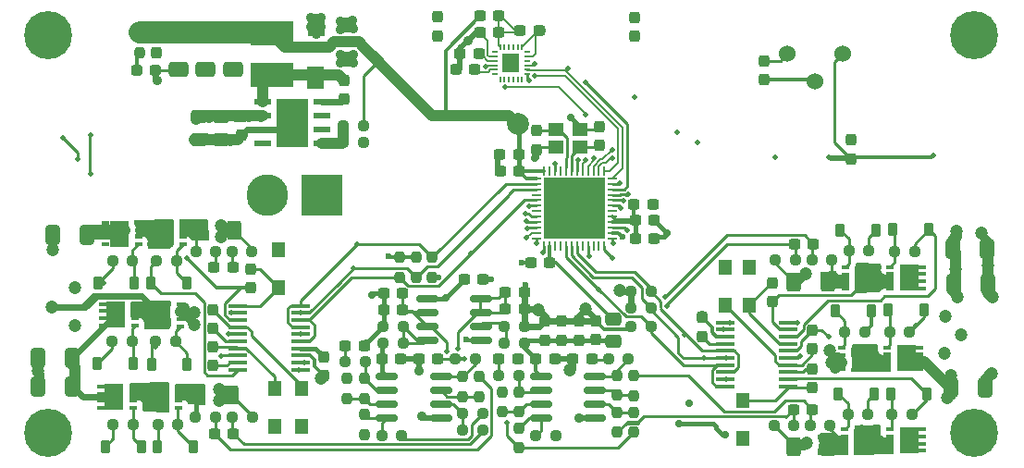
<source format=gbr>
%TF.GenerationSoftware,KiCad,Pcbnew,8.0.2*%
%TF.CreationDate,2024-07-12T01:17:03+08:00*%
%TF.ProjectId,bldcDriver,626c6463-4472-4697-9665-722e6b696361,rev?*%
%TF.SameCoordinates,Original*%
%TF.FileFunction,Copper,L4,Bot*%
%TF.FilePolarity,Positive*%
%FSLAX46Y46*%
G04 Gerber Fmt 4.6, Leading zero omitted, Abs format (unit mm)*
G04 Created by KiCad (PCBNEW 8.0.2) date 2024-07-12 01:17:03*
%MOMM*%
%LPD*%
G01*
G04 APERTURE LIST*
G04 Aperture macros list*
%AMRoundRect*
0 Rectangle with rounded corners*
0 $1 Rounding radius*
0 $2 $3 $4 $5 $6 $7 $8 $9 X,Y pos of 4 corners*
0 Add a 4 corners polygon primitive as box body*
4,1,4,$2,$3,$4,$5,$6,$7,$8,$9,$2,$3,0*
0 Add four circle primitives for the rounded corners*
1,1,$1+$1,$2,$3*
1,1,$1+$1,$4,$5*
1,1,$1+$1,$6,$7*
1,1,$1+$1,$8,$9*
0 Add four rect primitives between the rounded corners*
20,1,$1+$1,$2,$3,$4,$5,0*
20,1,$1+$1,$4,$5,$6,$7,0*
20,1,$1+$1,$6,$7,$8,$9,0*
20,1,$1+$1,$8,$9,$2,$3,0*%
G04 Aperture macros list end*
%TA.AperFunction,ComponentPad*%
%ADD10C,1.524000*%
%TD*%
%TA.AperFunction,ComponentPad*%
%ADD11C,4.400000*%
%TD*%
%TA.AperFunction,ComponentPad*%
%ADD12R,3.800000X3.800000*%
%TD*%
%TA.AperFunction,ComponentPad*%
%ADD13C,3.800000*%
%TD*%
%TA.AperFunction,SMDPad,CuDef*%
%ADD14RoundRect,0.237500X0.237500X-0.250000X0.237500X0.250000X-0.237500X0.250000X-0.237500X-0.250000X0*%
%TD*%
%TA.AperFunction,SMDPad,CuDef*%
%ADD15RoundRect,0.237500X-0.237500X0.300000X-0.237500X-0.300000X0.237500X-0.300000X0.237500X0.300000X0*%
%TD*%
%TA.AperFunction,SMDPad,CuDef*%
%ADD16RoundRect,0.150000X0.825000X0.150000X-0.825000X0.150000X-0.825000X-0.150000X0.825000X-0.150000X0*%
%TD*%
%TA.AperFunction,SMDPad,CuDef*%
%ADD17RoundRect,0.237500X-0.250000X-0.237500X0.250000X-0.237500X0.250000X0.237500X-0.250000X0.237500X0*%
%TD*%
%TA.AperFunction,SMDPad,CuDef*%
%ADD18RoundRect,0.237500X0.250000X0.237500X-0.250000X0.237500X-0.250000X-0.237500X0.250000X-0.237500X0*%
%TD*%
%TA.AperFunction,SMDPad,CuDef*%
%ADD19RoundRect,0.237500X-0.237500X0.250000X-0.237500X-0.250000X0.237500X-0.250000X0.237500X0.250000X0*%
%TD*%
%TA.AperFunction,SMDPad,CuDef*%
%ADD20RoundRect,0.250000X0.650000X-0.412500X0.650000X0.412500X-0.650000X0.412500X-0.650000X-0.412500X0*%
%TD*%
%TA.AperFunction,SMDPad,CuDef*%
%ADD21R,1.200000X1.400000*%
%TD*%
%TA.AperFunction,SMDPad,CuDef*%
%ADD22RoundRect,0.237500X0.300000X0.237500X-0.300000X0.237500X-0.300000X-0.237500X0.300000X-0.237500X0*%
%TD*%
%TA.AperFunction,SMDPad,CuDef*%
%ADD23R,0.700000X0.400000*%
%TD*%
%TA.AperFunction,SMDPad,CuDef*%
%ADD24R,1.800000X2.480000*%
%TD*%
%TA.AperFunction,SMDPad,CuDef*%
%ADD25RoundRect,0.237500X0.237500X-0.300000X0.237500X0.300000X-0.237500X0.300000X-0.237500X-0.300000X0*%
%TD*%
%TA.AperFunction,SMDPad,CuDef*%
%ADD26RoundRect,0.225000X-0.225000X-0.375000X0.225000X-0.375000X0.225000X0.375000X-0.225000X0.375000X0*%
%TD*%
%TA.AperFunction,SMDPad,CuDef*%
%ADD27RoundRect,0.250000X0.475000X-0.337500X0.475000X0.337500X-0.475000X0.337500X-0.475000X-0.337500X0*%
%TD*%
%TA.AperFunction,SMDPad,CuDef*%
%ADD28RoundRect,0.225000X0.225000X0.375000X-0.225000X0.375000X-0.225000X-0.375000X0.225000X-0.375000X0*%
%TD*%
%TA.AperFunction,SMDPad,CuDef*%
%ADD29RoundRect,0.250000X0.412500X0.650000X-0.412500X0.650000X-0.412500X-0.650000X0.412500X-0.650000X0*%
%TD*%
%TA.AperFunction,SMDPad,CuDef*%
%ADD30RoundRect,0.237500X-0.300000X-0.237500X0.300000X-0.237500X0.300000X0.237500X-0.300000X0.237500X0*%
%TD*%
%TA.AperFunction,SMDPad,CuDef*%
%ADD31R,0.203200X0.558800*%
%TD*%
%TA.AperFunction,SMDPad,CuDef*%
%ADD32R,0.558800X0.203200*%
%TD*%
%TA.AperFunction,SMDPad,CuDef*%
%ADD33R,1.600200X1.752600*%
%TD*%
%TA.AperFunction,SMDPad,CuDef*%
%ADD34RoundRect,0.062500X-0.062500X0.375000X-0.062500X-0.375000X0.062500X-0.375000X0.062500X0.375000X0*%
%TD*%
%TA.AperFunction,SMDPad,CuDef*%
%ADD35RoundRect,0.062500X-0.375000X0.062500X-0.375000X-0.062500X0.375000X-0.062500X0.375000X0.062500X0*%
%TD*%
%TA.AperFunction,HeatsinkPad*%
%ADD36R,5.600000X5.600000*%
%TD*%
%TA.AperFunction,SMDPad,CuDef*%
%ADD37RoundRect,0.250000X-0.412500X-0.650000X0.412500X-0.650000X0.412500X0.650000X-0.412500X0.650000X0*%
%TD*%
%TA.AperFunction,SMDPad,CuDef*%
%ADD38RoundRect,0.250000X-0.400000X-0.625000X0.400000X-0.625000X0.400000X0.625000X-0.400000X0.625000X0*%
%TD*%
%TA.AperFunction,SMDPad,CuDef*%
%ADD39RoundRect,0.237500X0.287500X0.237500X-0.287500X0.237500X-0.287500X-0.237500X0.287500X-0.237500X0*%
%TD*%
%TA.AperFunction,SMDPad,CuDef*%
%ADD40R,1.620000X2.046000*%
%TD*%
%TA.AperFunction,SMDPad,CuDef*%
%ADD41RoundRect,0.250000X-0.625000X0.400000X-0.625000X-0.400000X0.625000X-0.400000X0.625000X0.400000X0*%
%TD*%
%TA.AperFunction,SMDPad,CuDef*%
%ADD42RoundRect,0.250000X0.400000X0.625000X-0.400000X0.625000X-0.400000X-0.625000X0.400000X-0.625000X0*%
%TD*%
%TA.AperFunction,SMDPad,CuDef*%
%ADD43R,3.900000X2.200000*%
%TD*%
%TA.AperFunction,SMDPad,CuDef*%
%ADD44O,1.742000X0.364000*%
%TD*%
%TA.AperFunction,SMDPad,CuDef*%
%ADD45R,1.400000X1.200000*%
%TD*%
%TA.AperFunction,SMDPad,CuDef*%
%ADD46R,1.550000X0.600000*%
%TD*%
%TA.AperFunction,ComponentPad*%
%ADD47C,0.600000*%
%TD*%
%TA.AperFunction,SMDPad,CuDef*%
%ADD48R,2.600000X3.100000*%
%TD*%
%TA.AperFunction,SMDPad,CuDef*%
%ADD49R,2.950000X4.500000*%
%TD*%
%TA.AperFunction,ViaPad*%
%ADD50C,0.500000*%
%TD*%
%TA.AperFunction,ViaPad*%
%ADD51C,0.900000*%
%TD*%
%TA.AperFunction,ViaPad*%
%ADD52C,1.200000*%
%TD*%
%TA.AperFunction,ViaPad*%
%ADD53C,0.700000*%
%TD*%
%TA.AperFunction,ViaPad*%
%ADD54C,0.600000*%
%TD*%
%TA.AperFunction,ViaPad*%
%ADD55C,2.000000*%
%TD*%
%TA.AperFunction,ViaPad*%
%ADD56C,0.800000*%
%TD*%
%TA.AperFunction,Conductor*%
%ADD57C,0.250000*%
%TD*%
%TA.AperFunction,Conductor*%
%ADD58C,0.600000*%
%TD*%
%TA.AperFunction,Conductor*%
%ADD59C,1.000000*%
%TD*%
%TA.AperFunction,Conductor*%
%ADD60C,0.500000*%
%TD*%
%TA.AperFunction,Conductor*%
%ADD61C,0.350000*%
%TD*%
%TA.AperFunction,Conductor*%
%ADD62C,0.150000*%
%TD*%
%TA.AperFunction,Conductor*%
%ADD63C,0.400000*%
%TD*%
%TA.AperFunction,Conductor*%
%ADD64C,0.300000*%
%TD*%
%TA.AperFunction,Conductor*%
%ADD65C,2.000000*%
%TD*%
%TA.AperFunction,Conductor*%
%ADD66C,0.200000*%
%TD*%
G04 APERTURE END LIST*
D10*
%TO.P,RV1,1,1*%
%TO.N,+3V3*%
X107640000Y-34960000D03*
%TO.P,RV1,2,2*%
%TO.N,/ADC1_IN2*%
X105100000Y-37500000D03*
%TO.P,RV1,3,3*%
%TO.N,GNDD*%
X102560000Y-34960000D03*
%TD*%
D11*
%TO.P,,1*%
%TO.N,N/C*%
X34960000Y-33240000D03*
%TD*%
%TO.P,,1*%
%TO.N,N/C*%
X119660000Y-33240000D03*
%TD*%
D12*
%TO.P,J1,1,Pin_1*%
%TO.N,GNDPWR*%
X60000000Y-47900000D03*
D13*
%TO.P,J1,2,Pin_2*%
%TO.N,+BATT*%
X55000000Y-47900000D03*
%TD*%
D11*
%TO.P,,1*%
%TO.N,N/C*%
X119660000Y-69640000D03*
%TD*%
%TO.P,,1*%
%TO.N,N/C*%
X34960000Y-69640000D03*
%TD*%
D14*
%TO.P,R20,1*%
%TO.N,Net-(U6A--)*%
X88500000Y-66225000D03*
%TO.P,R20,2*%
%TO.N,/2CS1+*%
X88500000Y-64400000D03*
%TD*%
D15*
%TO.P,C9,1*%
%TO.N,GNDD*%
X85030000Y-59400000D03*
%TO.P,C9,2*%
%TO.N,/OP_VCC*%
X85030000Y-61125000D03*
%TD*%
D16*
%TO.P,U8,1*%
%TO.N,/VREF_OP2*%
X74575000Y-57395000D03*
%TO.P,U8,2,-*%
X74575000Y-58665000D03*
%TO.P,U8,3,+*%
%TO.N,/INA2+*%
X74575000Y-59935000D03*
%TO.P,U8,4,V-*%
%TO.N,GNDD*%
X74575000Y-61205000D03*
%TO.P,U8,5,+*%
%TO.N,/INA1+*%
X69625000Y-61205000D03*
%TO.P,U8,6,-*%
%TO.N,/VREF_OP1*%
X69625000Y-59935000D03*
%TO.P,U8,7*%
X69625000Y-58665000D03*
%TO.P,U8,8,V+*%
%TO.N,/OP_VCC*%
X69625000Y-57395000D03*
%TD*%
D17*
%TO.P,R2,1*%
%TO.N,Net-(U3-VSENSE)*%
X61978500Y-43054000D03*
%TO.P,R2,2*%
%TO.N,GNDPWR*%
X63803500Y-43054000D03*
%TD*%
D18*
%TO.P,R23,1*%
%TO.N,GNDPWR*%
X53642500Y-68190000D03*
%TO.P,R23,2*%
%TO.N,/1CS1-*%
X51817500Y-68190000D03*
%TD*%
D19*
%TO.P,R3,1*%
%TO.N,+3V3*%
X43281000Y-33016500D03*
%TO.P,R3,2*%
%TO.N,Net-(D8-A)*%
X43281000Y-34841500D03*
%TD*%
D14*
%TO.P,R54,1*%
%TO.N,/TIM8_CH2*%
X68593750Y-55406250D03*
%TO.P,R54,2*%
%TO.N,GNDD*%
X68593750Y-53581250D03*
%TD*%
D20*
%TO.P,C6,1*%
%TO.N,GNDPWR*%
X49341000Y-36366500D03*
%TO.P,C6,2*%
%TO.N,+3V3*%
X49341000Y-33241500D03*
%TD*%
D21*
%TO.P,D2,1,K*%
%TO.N,Net-(D2-K)*%
X98500000Y-66665000D03*
%TO.P,D2,2,A*%
%TO.N,+BATT*%
X98500000Y-70135000D03*
%TD*%
D22*
%TO.P,C18,1*%
%TO.N,+3V3*%
X80862500Y-54050000D03*
%TO.P,C18,2*%
%TO.N,GNDD*%
X79137500Y-54050000D03*
%TD*%
D17*
%TO.P,R8,1*%
%TO.N,/inverter/1HO3*%
X40890000Y-68900000D03*
%TO.P,R8,2*%
%TO.N,Net-(D5-A)*%
X42715000Y-68900000D03*
%TD*%
D23*
%TO.P,Q11,1,S*%
%TO.N,/inverter/2VS3*%
X111982500Y-56404476D03*
%TO.P,Q11,2,S*%
X111982500Y-55754476D03*
%TO.P,Q11,3,S*%
X111982500Y-55104476D03*
%TO.P,Q11,4,G*%
%TO.N,Net-(D20-A)*%
X111982500Y-54454476D03*
%TO.P,Q11,5,D*%
%TO.N,+BATT*%
X114952500Y-54454476D03*
%TO.P,Q11,6,D*%
X114952500Y-55104476D03*
%TO.P,Q11,7,D*%
X114952500Y-55754476D03*
%TO.P,Q11,8,D*%
X114952500Y-56404476D03*
D24*
X113752500Y-55429476D03*
%TD*%
D18*
%TO.P,R17,1*%
%TO.N,/inverter/2HO3*%
X114265000Y-53071476D03*
%TO.P,R17,2*%
%TO.N,Net-(D20-A)*%
X112440000Y-53071476D03*
%TD*%
D25*
%TO.P,C4,1*%
%TO.N,Net-(U3-BOOT)*%
X61991000Y-39116500D03*
%TO.P,C4,2*%
%TO.N,Net-(D1-K)*%
X61991000Y-37391500D03*
%TD*%
D22*
%TO.P,C41,1*%
%TO.N,GNDD*%
X77900000Y-62900000D03*
%TO.P,C41,2*%
%TO.N,/ADC1_IN11*%
X76175000Y-62900000D03*
%TD*%
D23*
%TO.P,Q9,1,S*%
%TO.N,/inverter/2VS2*%
X111730000Y-63775000D03*
%TO.P,Q9,2,S*%
X111730000Y-63125000D03*
%TO.P,Q9,3,S*%
X111730000Y-62475000D03*
%TO.P,Q9,4,G*%
%TO.N,Net-(D18-A)*%
X111730000Y-61825000D03*
%TO.P,Q9,5,D*%
%TO.N,+BATT*%
X114700000Y-61825000D03*
%TO.P,Q9,6,D*%
X114700000Y-62475000D03*
%TO.P,Q9,7,D*%
X114700000Y-63125000D03*
%TO.P,Q9,8,D*%
X114700000Y-63775000D03*
D24*
X113500000Y-62800000D03*
%TD*%
D15*
%TO.P,C29,1*%
%TO.N,Net-(D7-K)*%
X53500000Y-54637500D03*
%TO.P,C29,2*%
%TO.N,/inverter/1VS1*%
X53500000Y-56362500D03*
%TD*%
D23*
%TO.P,Q8,1,S*%
%TO.N,Net-(Q8-S-Pad1)*%
X107832500Y-71296476D03*
%TO.P,Q8,2,S*%
X107832500Y-70646476D03*
%TO.P,Q8,3,S*%
X107832500Y-69996476D03*
%TO.P,Q8,4,G*%
%TO.N,Net-(D17-A)*%
X107832500Y-69346476D03*
%TO.P,Q8,5,D*%
%TO.N,/inverter/2VS1*%
X110802500Y-69346476D03*
%TO.P,Q8,6,D*%
X110802500Y-69996476D03*
%TO.P,Q8,7,D*%
X110802500Y-70646476D03*
%TO.P,Q8,8,D*%
X110802500Y-71296476D03*
D24*
X109602500Y-70321476D03*
%TD*%
D17*
%TO.P,R4,1*%
%TO.N,/inverter/1HO2*%
X40807500Y-61300000D03*
%TO.P,R4,2*%
%TO.N,Net-(D9-A)*%
X42632500Y-61300000D03*
%TD*%
D23*
%TO.P,Q13,1,S*%
%TO.N,/inverter/1VS3*%
X42753500Y-65400000D03*
%TO.P,Q13,2,S*%
X42753500Y-66050000D03*
%TO.P,Q13,3,S*%
X42753500Y-66700000D03*
%TO.P,Q13,4,G*%
%TO.N,Net-(D5-A)*%
X42753500Y-67350000D03*
%TO.P,Q13,5,D*%
%TO.N,+BATT*%
X39783500Y-67350000D03*
%TO.P,Q13,6,D*%
X39783500Y-66700000D03*
%TO.P,Q13,7,D*%
X39783500Y-66050000D03*
%TO.P,Q13,8,D*%
X39783500Y-65400000D03*
D24*
X40983500Y-66375000D03*
%TD*%
D17*
%TO.P,R19,1*%
%TO.N,/inverter/1LO1*%
X44867500Y-53910000D03*
%TO.P,R19,2*%
%TO.N,Net-(D24-A)*%
X46692500Y-53910000D03*
%TD*%
D26*
%TO.P,D22,1,K*%
%TO.N,/inverter/1LO2*%
X44372500Y-63350000D03*
%TO.P,D22,2,A*%
%TO.N,Net-(D22-A)*%
X47672500Y-63350000D03*
%TD*%
D25*
%TO.P,C68,1*%
%TO.N,/YO*%
X85400000Y-43325000D03*
%TO.P,C68,2*%
%TO.N,GNDD*%
X85400000Y-41600000D03*
%TD*%
D22*
%TO.P,C35,1*%
%TO.N,/1CS2-*%
X51822500Y-54510000D03*
%TO.P,C35,2*%
%TO.N,/1CS2+*%
X50097500Y-54510000D03*
%TD*%
D27*
%TO.P,C2,1*%
%TO.N,GNDPWR*%
X48691000Y-42791500D03*
%TO.P,C2,2*%
%TO.N,+BATT*%
X48691000Y-40716500D03*
%TD*%
D28*
%TO.P,D19,1,K*%
%TO.N,/inverter/2LO2*%
X110250000Y-58471476D03*
%TO.P,D19,2,A*%
%TO.N,Net-(D19-A)*%
X106950000Y-58471476D03*
%TD*%
D15*
%TO.P,C30,1*%
%TO.N,Net-(D10-K)*%
X50000000Y-58375000D03*
%TO.P,C30,2*%
%TO.N,/inverter/1VS2*%
X50000000Y-60100000D03*
%TD*%
D19*
%TO.P,R30,1*%
%TO.N,Net-(U6A-+)*%
X87000000Y-67775000D03*
%TO.P,R30,2*%
%TO.N,/2CS1-*%
X87000000Y-69600000D03*
%TD*%
D18*
%TO.P,R37,1*%
%TO.N,Net-(R36-Pad2)*%
X74050000Y-62900000D03*
%TO.P,R37,2*%
%TO.N,/ADC1_IN12_COMP1_INP*%
X72225000Y-62900000D03*
%TD*%
D25*
%TO.P,C50,1*%
%TO.N,GNDPWR*%
X44841000Y-34816500D03*
%TO.P,C50,2*%
%TO.N,+3V3*%
X44841000Y-33091500D03*
%TD*%
D23*
%TO.P,Q14,1,S*%
%TO.N,GNDPWR*%
X47020000Y-57915000D03*
%TO.P,Q14,2,S*%
X47020000Y-58565000D03*
%TO.P,Q14,3,S*%
X47020000Y-59215000D03*
%TO.P,Q14,4,G*%
%TO.N,Net-(D22-A)*%
X47020000Y-59865000D03*
%TO.P,Q14,5,D*%
%TO.N,/inverter/1VS2*%
X44050000Y-59865000D03*
%TO.P,Q14,6,D*%
X44050000Y-59215000D03*
%TO.P,Q14,7,D*%
X44050000Y-58565000D03*
%TO.P,Q14,8,D*%
X44050000Y-57915000D03*
D24*
X45250000Y-58890000D03*
%TD*%
D22*
%TO.P,C42,1*%
%TO.N,GNDD*%
X63862500Y-61700000D03*
%TO.P,C42,2*%
%TO.N,/ADC2_IN15*%
X62137500Y-61700000D03*
%TD*%
D16*
%TO.P,U6,1*%
%TO.N,Net-(R34-Pad2)*%
X84975000Y-64460000D03*
%TO.P,U6,2,-*%
%TO.N,Net-(U6A--)*%
X84975000Y-65730000D03*
%TO.P,U6,3,+*%
%TO.N,Net-(U6A-+)*%
X84975000Y-67000000D03*
%TO.P,U6,4,V-*%
%TO.N,GNDD*%
X84975000Y-68270000D03*
%TO.P,U6,5,+*%
%TO.N,Net-(U6B-+)*%
X80025000Y-68270000D03*
%TO.P,U6,6,-*%
%TO.N,Net-(U6B--)*%
X80025000Y-67000000D03*
%TO.P,U6,7*%
%TO.N,Net-(R48-Pad2)*%
X80025000Y-65730000D03*
%TO.P,U6,8,V+*%
%TO.N,/OP_VCC*%
X80025000Y-64460000D03*
%TD*%
D19*
%TO.P,R45,1*%
%TO.N,Net-(U6B-+)*%
X78000000Y-69187500D03*
%TO.P,R45,2*%
%TO.N,/VREF_OP2*%
X78000000Y-71012500D03*
%TD*%
D29*
%TO.P,C33,1*%
%TO.N,GNDPWR*%
X120662500Y-65500000D03*
%TO.P,C33,2*%
%TO.N,+BATT*%
X117537500Y-65500000D03*
%TD*%
D23*
%TO.P,Q15,1,S*%
%TO.N,/inverter/1VS1*%
X43190000Y-50425714D03*
%TO.P,Q15,2,S*%
X43190000Y-51075714D03*
%TO.P,Q15,3,S*%
X43190000Y-51725714D03*
%TO.P,Q15,4,G*%
%TO.N,Net-(D23-A)*%
X43190000Y-52375714D03*
%TO.P,Q15,5,D*%
%TO.N,+BATT*%
X40220000Y-52375714D03*
%TO.P,Q15,6,D*%
X40220000Y-51725714D03*
%TO.P,Q15,7,D*%
X40220000Y-51075714D03*
%TO.P,Q15,8,D*%
X40220000Y-50425714D03*
D24*
X41420000Y-51400714D03*
%TD*%
D23*
%TO.P,Q1,1,S*%
%TO.N,Net-(Q1-S-Pad1)*%
X46902500Y-65400000D03*
%TO.P,Q1,2,S*%
X46902500Y-66050000D03*
%TO.P,Q1,3,S*%
X46902500Y-66700000D03*
%TO.P,Q1,4,G*%
%TO.N,Net-(D6-A)*%
X46902500Y-67350000D03*
%TO.P,Q1,5,D*%
%TO.N,/inverter/1VS3*%
X43932500Y-67350000D03*
%TO.P,Q1,6,D*%
X43932500Y-66700000D03*
%TO.P,Q1,7,D*%
X43932500Y-66050000D03*
%TO.P,Q1,8,D*%
X43932500Y-65400000D03*
D24*
X45132500Y-66375000D03*
%TD*%
D30*
%TO.P,C27,1*%
%TO.N,GNDD*%
X68875000Y-62900000D03*
%TO.P,C27,2*%
%TO.N,/ADC1_IN12_COMP1_INP*%
X70600000Y-62900000D03*
%TD*%
D31*
%TO.P,U9,1,NC*%
%TO.N,unconnected-(U9-NC-Pad1)*%
X78300001Y-37273201D03*
%TO.P,U9,2,NC*%
%TO.N,unconnected-(U9-NC-Pad2)*%
X77899999Y-37273201D03*
%TO.P,U9,3,NC*%
%TO.N,unconnected-(U9-NC-Pad3)*%
X77500000Y-37273201D03*
%TO.P,U9,4,NC*%
%TO.N,unconnected-(U9-NC-Pad4)*%
X77100000Y-37273201D03*
%TO.P,U9,5,NC*%
%TO.N,unconnected-(U9-NC-Pad5)*%
X76700001Y-37273201D03*
%TO.P,U9,6,NC*%
%TO.N,unconnected-(U9-NC-Pad6)*%
X76299999Y-37273201D03*
D32*
%TO.P,U9,7,AUX_CL*%
%TO.N,unconnected-(U9-AUX_CL-Pad7)*%
X75826800Y-36800002D03*
%TO.P,U9,8,VDDIO*%
%TO.N,Net-(U9-VDD)*%
X75826800Y-36400000D03*
%TO.P,U9,9,SDO/AD0*%
%TO.N,/SPI1_MISO*%
X75826800Y-36000001D03*
%TO.P,U9,10,REGOUT*%
%TO.N,Net-(U9-REGOUT)*%
X75826800Y-35600001D03*
%TO.P,U9,11,FSYNC*%
%TO.N,GNDD*%
X75826800Y-35200002D03*
%TO.P,U9,12,INT*%
%TO.N,unconnected-(U9-INT-Pad12)*%
X75826800Y-34800000D03*
D31*
%TO.P,U9,13,VDD*%
%TO.N,Net-(U9-VDD)*%
X76299999Y-34326801D03*
%TO.P,U9,14,NC*%
%TO.N,unconnected-(U9-NC-Pad14)*%
X76700001Y-34326801D03*
%TO.P,U9,15,NC*%
%TO.N,unconnected-(U9-NC-Pad15)*%
X77100000Y-34326801D03*
%TO.P,U9,16,NC*%
%TO.N,unconnected-(U9-NC-Pad16)*%
X77500000Y-34326801D03*
%TO.P,U9,17,NC*%
%TO.N,unconnected-(U9-NC-Pad17)*%
X77899999Y-34326801D03*
%TO.P,U9,18,GND*%
%TO.N,GNDD*%
X78300001Y-34326801D03*
D32*
%TO.P,U9,19,RESV*%
%TO.N,unconnected-(U9-RESV-Pad19)*%
X78773200Y-34800000D03*
%TO.P,U9,20,RESV*%
%TO.N,GNDD*%
X78773200Y-35200002D03*
%TO.P,U9,21,AUX_DA*%
%TO.N,unconnected-(U9-AUX_DA-Pad21)*%
X78773200Y-35600001D03*
%TO.P,U9,22,nCS*%
%TO.N,/SPI1_CS*%
X78773200Y-36000001D03*
%TO.P,U9,23,SCL/SCLK*%
%TO.N,/SPI1_SCK*%
X78773200Y-36400000D03*
%TO.P,U9,24,SDA/SDI*%
%TO.N,/SPI1_MOSI*%
X78773200Y-36800002D03*
D33*
%TO.P,U9,25,EP*%
%TO.N,unconnected-(U9-EP-Pad25)*%
X77300000Y-35800001D03*
%TD*%
D16*
%TO.P,U7,1*%
%TO.N,Net-(R36-Pad2)*%
X70887500Y-64500000D03*
%TO.P,U7,2,-*%
%TO.N,Net-(U7A--)*%
X70887500Y-65770000D03*
%TO.P,U7,3,+*%
%TO.N,Net-(U7A-+)*%
X70887500Y-67040000D03*
%TO.P,U7,4,V-*%
%TO.N,GNDD*%
X70887500Y-68310000D03*
%TO.P,U7,5,+*%
%TO.N,Net-(U7B-+)*%
X65937500Y-68310000D03*
%TO.P,U7,6,-*%
%TO.N,Net-(U7B--)*%
X65937500Y-67040000D03*
%TO.P,U7,7*%
%TO.N,Net-(R51-Pad2)*%
X65937500Y-65770000D03*
%TO.P,U7,8,V+*%
%TO.N,/OP_VCC*%
X65937500Y-64500000D03*
%TD*%
D22*
%TO.P,C47,1*%
%TO.N,GNDD*%
X74762500Y-55600000D03*
%TO.P,C47,2*%
%TO.N,/OP_VCC*%
X73037500Y-55600000D03*
%TD*%
D34*
%TO.P,U5,1,VBAT*%
%TO.N,+3V3*%
X80350000Y-45662500D03*
%TO.P,U5,2,PC13*%
%TO.N,unconnected-(U5-PC13-Pad2)*%
X80850000Y-45662500D03*
%TO.P,U5,3,PC14*%
%TO.N,/KEY*%
X81350000Y-45662500D03*
%TO.P,U5,4,PC15*%
%TO.N,unconnected-(U5-PC15-Pad4)*%
X81850000Y-45662500D03*
%TO.P,U5,5,PF0*%
%TO.N,/YI*%
X82350000Y-45662500D03*
%TO.P,U5,6,PF1*%
%TO.N,/YO*%
X82850000Y-45662500D03*
%TO.P,U5,7,PG10*%
%TO.N,/RESET*%
X83350000Y-45662500D03*
%TO.P,U5,8,PA0*%
%TO.N,/RGB*%
X83850000Y-45662500D03*
%TO.P,U5,9,PA1*%
%TO.N,/ADC1_IN2*%
X84350000Y-45662500D03*
%TO.P,U5,10,PA2*%
%TO.N,/USART2_TX*%
X84850000Y-45662500D03*
%TO.P,U5,11,PA3*%
%TO.N,/USART2_RX*%
X85350000Y-45662500D03*
%TO.P,U5,12,PA4*%
%TO.N,/SPI1_CS*%
X85850000Y-45662500D03*
D35*
%TO.P,U5,13,PA5*%
%TO.N,/SPI1_SCK*%
X86537500Y-46350000D03*
%TO.P,U5,14,PA6*%
%TO.N,/SPI1_MISO*%
X86537500Y-46850000D03*
%TO.P,U5,15,PA7*%
%TO.N,/SPI1_MOSI*%
X86537500Y-47350000D03*
%TO.P,U5,16,PC4*%
%TO.N,/NSS2*%
X86537500Y-47850000D03*
%TO.P,U5,17,PB0*%
%TO.N,/ADC1_IN15_COMP4_INP*%
X86537500Y-48350000D03*
%TO.P,U5,18,PB1*%
%TO.N,/ADC1_IN12_COMP1_INP*%
X86537500Y-48850000D03*
%TO.P,U5,19,PB2*%
%TO.N,unconnected-(U5-PB2-Pad19)*%
X86537500Y-49350000D03*
%TO.P,U5,20,VREF+*%
%TO.N,VDDA*%
X86537500Y-49850000D03*
%TO.P,U5,21,VDDA*%
X86537500Y-50350000D03*
%TO.P,U5,22,PB10*%
%TO.N,/USART3_TX*%
X86537500Y-50850000D03*
%TO.P,U5,23,VDD*%
%TO.N,+3V3*%
X86537500Y-51350000D03*
%TO.P,U5,24,PB11*%
%TO.N,/USART3_RX*%
X86537500Y-51850000D03*
D34*
%TO.P,U5,25,PB12*%
%TO.N,Net-(U5-PB12)*%
X85850000Y-52537500D03*
%TO.P,U5,26,PB13*%
%TO.N,unconnected-(U5-PB13-Pad26)*%
X85350000Y-52537500D03*
%TO.P,U5,27,PB14*%
%TO.N,unconnected-(U5-PB14-Pad27)*%
X84850000Y-52537500D03*
%TO.P,U5,28,PB15*%
%TO.N,/ADC2_IN15*%
X84350000Y-52537500D03*
%TO.P,U5,29,PC6*%
%TO.N,unconnected-(U5-PC6-Pad29)*%
X83850000Y-52537500D03*
%TO.P,U5,30,PA8*%
%TO.N,/TIM1_CH1*%
X83350000Y-52537500D03*
%TO.P,U5,31,PA9*%
%TO.N,/TIM1_CH2*%
X82850000Y-52537500D03*
%TO.P,U5,32,PA10*%
%TO.N,/TIM1_CH3*%
X82350000Y-52537500D03*
%TO.P,U5,33,PA11*%
%TO.N,unconnected-(U5-PA11-Pad33)*%
X81850000Y-52537500D03*
%TO.P,U5,34,PA12*%
%TO.N,unconnected-(U5-PA12-Pad34)*%
X81350000Y-52537500D03*
%TO.P,U5,35,VDD*%
%TO.N,+3V3*%
X80850000Y-52537500D03*
%TO.P,U5,36,PA13*%
%TO.N,/SWDIO*%
X80350000Y-52537500D03*
D35*
%TO.P,U5,37,PA14*%
%TO.N,/SWCLK*%
X79662500Y-51850000D03*
%TO.P,U5,38,PA15*%
%TO.N,Net-(U5-PA15)*%
X79662500Y-51350000D03*
%TO.P,U5,39,PC10*%
%TO.N,/SPI3_SCK*%
X79662500Y-50850000D03*
%TO.P,U5,40,PC11*%
%TO.N,/SPI3_MISO*%
X79662500Y-50350000D03*
%TO.P,U5,41,PB3*%
%TO.N,/NSS1*%
X79662500Y-49850000D03*
%TO.P,U5,42,PB4*%
%TO.N,unconnected-(U5-PB4-Pad42)*%
X79662500Y-49350000D03*
%TO.P,U5,43,PB5*%
%TO.N,/SPI3_MOSI*%
X79662500Y-48850000D03*
%TO.P,U5,44,PB6*%
%TO.N,/TIM8_CH1*%
X79662500Y-48350000D03*
%TO.P,U5,45,PB7*%
%TO.N,unconnected-(U5-PB7-Pad45)*%
X79662500Y-47850000D03*
%TO.P,U5,46,PB8*%
%TO.N,/TIM8_CH2*%
X79662500Y-47350000D03*
%TO.P,U5,47,PB9*%
%TO.N,/TIM8_CH3*%
X79662500Y-46850000D03*
%TO.P,U5,48,VDD*%
%TO.N,+3V3*%
X79662500Y-46350000D03*
D36*
%TO.P,U5,49,VSS*%
%TO.N,GNDD*%
X83100000Y-49100000D03*
%TD*%
D37*
%TO.P,C51,1*%
%TO.N,GNDPWR*%
X34037500Y-65400000D03*
%TO.P,C51,2*%
%TO.N,+BATT*%
X37162500Y-65400000D03*
%TD*%
D14*
%TO.P,R21,1*%
%TO.N,Net-(U7A--)*%
X74400000Y-66312500D03*
%TO.P,R21,2*%
%TO.N,/1CS1+*%
X74400000Y-64487500D03*
%TD*%
D17*
%TO.P,R22,1*%
%TO.N,Net-(Q1-S-Pad1)*%
X48417500Y-68190000D03*
%TO.P,R22,2*%
%TO.N,/1CS1+*%
X50242500Y-68190000D03*
%TD*%
D38*
%TO.P,R11,1*%
%TO.N,GNDPWR*%
X103171500Y-70900000D03*
%TO.P,R11,2*%
%TO.N,Net-(Q8-S-Pad1)*%
X106271500Y-70900000D03*
%TD*%
D39*
%TO.P,D8,1,K*%
%TO.N,GNDPWR*%
X44791000Y-36454000D03*
%TO.P,D8,2,A*%
%TO.N,Net-(D8-A)*%
X43041000Y-36454000D03*
%TD*%
D17*
%TO.P,R44,1*%
%TO.N,Net-(U6B-+)*%
X79587500Y-69900000D03*
%TO.P,R44,2*%
%TO.N,/2CS2-*%
X81412500Y-69900000D03*
%TD*%
D18*
%TO.P,R50,1*%
%TO.N,Net-(R48-Pad2)*%
X78012500Y-64400000D03*
%TO.P,R50,2*%
%TO.N,/ADC1_IN11*%
X76187500Y-64400000D03*
%TD*%
D17*
%TO.P,R29,1*%
%TO.N,GNDPWR*%
X101480000Y-53851476D03*
%TO.P,R29,2*%
%TO.N,/2CS2-*%
X103305000Y-53851476D03*
%TD*%
D29*
%TO.P,C12,1*%
%TO.N,GNDPWR*%
X120900000Y-52800000D03*
%TO.P,C12,2*%
%TO.N,+BATT*%
X117775000Y-52800000D03*
%TD*%
D17*
%TO.P,R24,1*%
%TO.N,Net-(Q16-S-Pad1)*%
X48447500Y-53010000D03*
%TO.P,R24,2*%
%TO.N,/1CS2+*%
X50272500Y-53010000D03*
%TD*%
D29*
%TO.P,C14,1*%
%TO.N,GNDPWR*%
X120962500Y-56000000D03*
%TO.P,C14,2*%
%TO.N,+BATT*%
X117837500Y-56000000D03*
%TD*%
D15*
%TO.P,C10,1*%
%TO.N,GNDD*%
X83530000Y-59425000D03*
%TO.P,C10,2*%
%TO.N,/OP_VCC*%
X83530000Y-61150000D03*
%TD*%
D17*
%TO.P,R41,1*%
%TO.N,/INA2+*%
X76700000Y-61400000D03*
%TO.P,R41,2*%
%TO.N,/OP_VCC*%
X78525000Y-61400000D03*
%TD*%
%TO.P,R7,1*%
%TO.N,/inverter/1LO3*%
X44977500Y-68900000D03*
%TO.P,R7,2*%
%TO.N,Net-(D6-A)*%
X46802500Y-68900000D03*
%TD*%
D30*
%TO.P,C48,1*%
%TO.N,GNDD*%
X65637500Y-58400000D03*
%TO.P,C48,2*%
%TO.N,/VREF_OP1*%
X67362500Y-58400000D03*
%TD*%
D27*
%TO.P,FB3,1*%
%TO.N,/OP_VCC*%
X86630000Y-61300000D03*
%TO.P,FB3,2*%
%TO.N,+3V3*%
X86630000Y-59225000D03*
%TD*%
D25*
%TO.P,C52,1*%
%TO.N,/KEY*%
X70600000Y-33300000D03*
%TO.P,C52,2*%
%TO.N,GNDD*%
X70600000Y-31575000D03*
%TD*%
D40*
%TO.P,D1,1,K*%
%TO.N,Net-(D1-K)*%
X59432000Y-37108000D03*
%TO.P,D1,2,A*%
%TO.N,GNDPWR*%
X59450000Y-32300000D03*
%TD*%
D41*
%TO.P,FB2,1*%
%TO.N,GNDPWR*%
X62241000Y-32304000D03*
%TO.P,FB2,2*%
%TO.N,GNDD*%
X62241000Y-35404000D03*
%TD*%
D17*
%TO.P,R5,1*%
%TO.N,/inverter/1LO2*%
X44767500Y-61290000D03*
%TO.P,R5,2*%
%TO.N,Net-(D22-A)*%
X46592500Y-61290000D03*
%TD*%
D25*
%TO.P,C16,1*%
%TO.N,Net-(D2-K)*%
X104892500Y-65532976D03*
%TO.P,C16,2*%
%TO.N,/inverter/2VS1*%
X104892500Y-63807976D03*
%TD*%
D23*
%TO.P,Q7,1,S*%
%TO.N,/inverter/2VS1*%
X111961500Y-71281476D03*
%TO.P,Q7,2,S*%
X111961500Y-70631476D03*
%TO.P,Q7,3,S*%
X111961500Y-69981476D03*
%TO.P,Q7,4,G*%
%TO.N,Net-(D16-A)*%
X111961500Y-69331476D03*
%TO.P,Q7,5,D*%
%TO.N,+BATT*%
X114931500Y-69331476D03*
%TO.P,Q7,6,D*%
X114931500Y-69981476D03*
%TO.P,Q7,7,D*%
X114931500Y-70631476D03*
%TO.P,Q7,8,D*%
X114931500Y-71281476D03*
D24*
X113731500Y-70306476D03*
%TD*%
D37*
%TO.P,C34,1*%
%TO.N,GNDPWR*%
X34037500Y-62800000D03*
%TO.P,C34,2*%
%TO.N,+BATT*%
X37162500Y-62800000D03*
%TD*%
D22*
%TO.P,C44,1*%
%TO.N,GNDD*%
X78500000Y-58300000D03*
%TO.P,C44,2*%
%TO.N,/VREF_OP2*%
X76775000Y-58300000D03*
%TD*%
%TO.P,C19,1*%
%TO.N,+3V3*%
X78025000Y-45650000D03*
%TO.P,C19,2*%
%TO.N,GNDD*%
X76300000Y-45650000D03*
%TD*%
D23*
%TO.P,Q12,1,S*%
%TO.N,Net-(Q12-S-Pad1)*%
X107892500Y-56431476D03*
%TO.P,Q12,2,S*%
X107892500Y-55781476D03*
%TO.P,Q12,3,S*%
X107892500Y-55131476D03*
%TO.P,Q12,4,G*%
%TO.N,Net-(D21-A)*%
X107892500Y-54481476D03*
%TO.P,Q12,5,D*%
%TO.N,/inverter/2VS3*%
X110862500Y-54481476D03*
%TO.P,Q12,6,D*%
X110862500Y-55131476D03*
%TO.P,Q12,7,D*%
X110862500Y-55781476D03*
%TO.P,Q12,8,D*%
X110862500Y-56431476D03*
D24*
X109662500Y-55456476D03*
%TD*%
D18*
%TO.P,R18,1*%
%TO.N,/inverter/2LO3*%
X110052500Y-52991476D03*
%TO.P,R18,2*%
%TO.N,Net-(D21-A)*%
X108227500Y-52991476D03*
%TD*%
D15*
%TO.P,C26,1*%
%TO.N,Net-(D4-K)*%
X101200000Y-55937500D03*
%TO.P,C26,2*%
%TO.N,/inverter/2VS3*%
X101200000Y-57662500D03*
%TD*%
D22*
%TO.P,C46,1*%
%TO.N,GNDD*%
X67200000Y-62900000D03*
%TO.P,C46,2*%
%TO.N,/OP_VCC*%
X65475000Y-62900000D03*
%TD*%
D18*
%TO.P,R57,1*%
%TO.N,/TIM1_CH2*%
X90125000Y-58212500D03*
%TO.P,R57,2*%
%TO.N,GNDD*%
X88300000Y-58212500D03*
%TD*%
%TO.P,R26,1*%
%TO.N,Net-(Q8-S-Pad1)*%
X106512500Y-69000000D03*
%TO.P,R26,2*%
%TO.N,/2CS1+*%
X104687500Y-69000000D03*
%TD*%
D14*
%TO.P,R48,1*%
%TO.N,Net-(U6B--)*%
X78000000Y-67712500D03*
%TO.P,R48,2*%
%TO.N,Net-(R48-Pad2)*%
X78000000Y-65887500D03*
%TD*%
D22*
%TO.P,C45,1*%
%TO.N,GNDD*%
X81300000Y-62900000D03*
%TO.P,C45,2*%
%TO.N,/OP_VCC*%
X79575000Y-62900000D03*
%TD*%
D19*
%TO.P,R31,1*%
%TO.N,Net-(U6A-+)*%
X88500000Y-67775000D03*
%TO.P,R31,2*%
%TO.N,/VREF_OP2*%
X88500000Y-69600000D03*
%TD*%
D18*
%TO.P,R14,1*%
%TO.N,/inverter/2LO1*%
X109974000Y-67971476D03*
%TO.P,R14,2*%
%TO.N,Net-(D17-A)*%
X108149000Y-67971476D03*
%TD*%
D30*
%TO.P,C23,1*%
%TO.N,Net-(U9-VDD)*%
X78137500Y-32800000D03*
%TO.P,C23,2*%
%TO.N,GNDD*%
X79862500Y-32800000D03*
%TD*%
D37*
%TO.P,C49,1*%
%TO.N,GNDPWR*%
X35337500Y-51500000D03*
%TO.P,C49,2*%
%TO.N,+BATT*%
X38462500Y-51500000D03*
%TD*%
D21*
%TO.P,D7,1,K*%
%TO.N,Net-(D7-K)*%
X56000000Y-56335000D03*
%TO.P,D7,2,A*%
%TO.N,+BATT*%
X56000000Y-52865000D03*
%TD*%
D20*
%TO.P,C7,1*%
%TO.N,GNDPWR*%
X46881000Y-36346500D03*
%TO.P,C7,2*%
%TO.N,+3V3*%
X46881000Y-33221500D03*
%TD*%
D30*
%TO.P,C43,1*%
%TO.N,GNDD*%
X65637500Y-56900000D03*
%TO.P,C43,2*%
%TO.N,/VREF_OP1*%
X67362500Y-56900000D03*
%TD*%
D21*
%TO.P,D3,1,K*%
%TO.N,Net-(D3-K)*%
X96900000Y-57935000D03*
%TO.P,D3,2,A*%
%TO.N,+BATT*%
X96900000Y-54465000D03*
%TD*%
D42*
%TO.P,R9,1*%
%TO.N,GNDPWR*%
X51680000Y-66180000D03*
%TO.P,R9,2*%
%TO.N,Net-(Q1-S-Pad1)*%
X48580000Y-66180000D03*
%TD*%
D30*
%TO.P,C17,1*%
%TO.N,VDDA*%
X88667732Y-50200000D03*
%TO.P,C17,2*%
%TO.N,GNDD*%
X90392732Y-50200000D03*
%TD*%
D15*
%TO.P,C40,1*%
%TO.N,GNDD*%
X80400000Y-59430000D03*
%TO.P,C40,2*%
%TO.N,/OP_VCC*%
X80400000Y-61155000D03*
%TD*%
D28*
%TO.P,D20,1,K*%
%TO.N,/inverter/2HO3*%
X115570000Y-51051476D03*
%TO.P,D20,2,A*%
%TO.N,Net-(D20-A)*%
X112270000Y-51051476D03*
%TD*%
D22*
%TO.P,C22,1*%
%TO.N,Net-(U9-REGOUT)*%
X74362500Y-34895001D03*
%TO.P,C22,2*%
%TO.N,GNDD*%
X72637500Y-34895001D03*
%TD*%
%TO.P,C20,1*%
%TO.N,+3V3*%
X78012500Y-44150000D03*
%TO.P,C20,2*%
%TO.N,GNDD*%
X76287500Y-44150000D03*
%TD*%
D14*
%TO.P,R55,1*%
%TO.N,/TIM8_CH1*%
X67083750Y-55406250D03*
%TO.P,R55,2*%
%TO.N,GNDD*%
X67083750Y-53581250D03*
%TD*%
D18*
%TO.P,R56,1*%
%TO.N,/TIM1_CH3*%
X90125000Y-59900000D03*
%TO.P,R56,2*%
%TO.N,GNDD*%
X88300000Y-59900000D03*
%TD*%
D14*
%TO.P,R51,1*%
%TO.N,Net-(U7B--)*%
X63900000Y-66512500D03*
%TO.P,R51,2*%
%TO.N,Net-(R51-Pad2)*%
X63900000Y-64687500D03*
%TD*%
D23*
%TO.P,Q16,1,S*%
%TO.N,Net-(Q16-S-Pad1)*%
X47299000Y-50435000D03*
%TO.P,Q16,2,S*%
X47299000Y-51085000D03*
%TO.P,Q16,3,S*%
X47299000Y-51735000D03*
%TO.P,Q16,4,G*%
%TO.N,Net-(D24-A)*%
X47299000Y-52385000D03*
%TO.P,Q16,5,D*%
%TO.N,/inverter/1VS1*%
X44329000Y-52385000D03*
%TO.P,Q16,6,D*%
X44329000Y-51735000D03*
%TO.P,Q16,7,D*%
X44329000Y-51085000D03*
%TO.P,Q16,8,D*%
X44329000Y-50435000D03*
D24*
X45529000Y-51410000D03*
%TD*%
D43*
%TO.P,L1,1,1*%
%TO.N,Net-(D1-K)*%
X55441000Y-36904000D03*
%TO.P,L1,2,2*%
%TO.N,+3V3*%
X55441000Y-33104000D03*
%TD*%
D17*
%TO.P,R32,1*%
%TO.N,Net-(U7A-+)*%
X72875000Y-69400000D03*
%TO.P,R32,2*%
%TO.N,/1CS1-*%
X74700000Y-69400000D03*
%TD*%
%TO.P,R33,1*%
%TO.N,Net-(U7A-+)*%
X72875000Y-67900000D03*
%TO.P,R33,2*%
%TO.N,/VREF_OP1*%
X74700000Y-67900000D03*
%TD*%
D15*
%TO.P,C67,1*%
%TO.N,/YI*%
X79600000Y-41977500D03*
%TO.P,C67,2*%
%TO.N,GNDD*%
X79600000Y-43702500D03*
%TD*%
D22*
%TO.P,C53,1*%
%TO.N,GNDD*%
X78500000Y-56800000D03*
%TO.P,C53,2*%
%TO.N,/VREF_OP2*%
X76775000Y-56800000D03*
%TD*%
D28*
%TO.P,D17,1,K*%
%TO.N,/inverter/2LO1*%
X110559000Y-66071476D03*
%TO.P,D17,2,A*%
%TO.N,Net-(D17-A)*%
X107259000Y-66071476D03*
%TD*%
D19*
%TO.P,R40,1*%
%TO.N,/TIM8_CH3*%
X70083750Y-53581250D03*
%TO.P,R40,2*%
%TO.N,GNDD*%
X70083750Y-55406250D03*
%TD*%
D44*
%TO.P,U1,1,HIN1*%
%TO.N,/TIM1_CH3*%
X96929000Y-65396500D03*
%TO.P,U1,2,HIN2*%
%TO.N,/TIM1_CH2*%
X96929000Y-64746500D03*
%TO.P,U1,3,HIN3*%
%TO.N,/TIM1_CH1*%
X96929000Y-64096500D03*
%TO.P,U1,4,LIN1#*%
%TO.N,/TIM1_CH3*%
X96929000Y-63446500D03*
%TO.P,U1,5,LIN2#*%
%TO.N,/TIM1_CH2*%
X96929000Y-62796500D03*
%TO.P,U1,6,LIN3#*%
%TO.N,/TIM1_CH1*%
X96929000Y-62146500D03*
%TO.P,U1,7,VCC*%
%TO.N,+BATT*%
X96929000Y-61496500D03*
%TO.P,U1,8,GND*%
%TO.N,GNDPWR*%
X96929000Y-60846500D03*
%TO.P,U1,9,LO3*%
%TO.N,/inverter/2LO3*%
X96929000Y-60196500D03*
%TO.P,U1,10,LO2*%
%TO.N,/inverter/2LO2*%
X96929000Y-59546500D03*
%TO.P,U1,11,LO1*%
%TO.N,/inverter/2LO1*%
X102671000Y-59546500D03*
%TO.P,U1,12,VS3*%
%TO.N,/inverter/2VS3*%
X102671000Y-60196500D03*
%TO.P,U1,13,HO3*%
%TO.N,/inverter/2HO3*%
X102671000Y-60846500D03*
%TO.P,U1,14,VB3*%
%TO.N,Net-(D4-K)*%
X102671000Y-61496500D03*
%TO.P,U1,15,VS2*%
%TO.N,/inverter/2VS2*%
X102671000Y-62146500D03*
%TO.P,U1,16,HO2*%
%TO.N,/inverter/2HO2*%
X102671000Y-62796500D03*
%TO.P,U1,17,VB2*%
%TO.N,Net-(D3-K)*%
X102671000Y-63446500D03*
%TO.P,U1,18,VS1*%
%TO.N,/inverter/2VS1*%
X102671000Y-64096500D03*
%TO.P,U1,19,HO1*%
%TO.N,/inverter/2HO1*%
X102671000Y-64746500D03*
%TO.P,U1,20,VB1*%
%TO.N,Net-(D2-K)*%
X102671000Y-65396500D03*
%TD*%
D30*
%TO.P,C11,1*%
%TO.N,GNDD*%
X82975000Y-62900000D03*
%TO.P,C11,2*%
%TO.N,/ADC1_IN15_COMP4_INP*%
X84700000Y-62900000D03*
%TD*%
D27*
%TO.P,C1,1*%
%TO.N,GNDPWR*%
X50791000Y-42791500D03*
%TO.P,C1,2*%
%TO.N,+BATT*%
X50791000Y-40716500D03*
%TD*%
D21*
%TO.P,D10,1,K*%
%TO.N,Net-(D10-K)*%
X58100000Y-65565000D03*
%TO.P,D10,2,A*%
%TO.N,+BATT*%
X58100000Y-69035000D03*
%TD*%
D17*
%TO.P,R6,1*%
%TO.N,/inverter/1HO1*%
X40837500Y-53890000D03*
%TO.P,R6,2*%
%TO.N,Net-(D23-A)*%
X42662500Y-53890000D03*
%TD*%
%TO.P,R47,1*%
%TO.N,Net-(U7B-+)*%
X65487500Y-69900000D03*
%TO.P,R47,2*%
%TO.N,/VREF_OP1*%
X67312500Y-69900000D03*
%TD*%
D22*
%TO.P,FB4,1*%
%TO.N,+3V3*%
X90262500Y-48700000D03*
%TO.P,FB4,2*%
%TO.N,VDDA*%
X88537500Y-48700000D03*
%TD*%
D18*
%TO.P,R1,1*%
%TO.N,+3V3*%
X63803500Y-41504000D03*
%TO.P,R1,2*%
%TO.N,Net-(U3-VSENSE)*%
X61978500Y-41504000D03*
%TD*%
D42*
%TO.P,R10,1*%
%TO.N,GNDPWR*%
X51920000Y-51140000D03*
%TO.P,R10,2*%
%TO.N,Net-(Q16-S-Pad1)*%
X48820000Y-51140000D03*
%TD*%
D25*
%TO.P,C15,1*%
%TO.N,+BATT*%
X94800000Y-60800000D03*
%TO.P,C15,2*%
%TO.N,GNDPWR*%
X94800000Y-59075000D03*
%TD*%
D18*
%TO.P,R38,1*%
%TO.N,/INA1+*%
X67412500Y-61400000D03*
%TO.P,R38,2*%
%TO.N,/OP_VCC*%
X65587500Y-61400000D03*
%TD*%
D28*
%TO.P,D16,1,K*%
%TO.N,/inverter/2HO1*%
X115361500Y-66071476D03*
%TO.P,D16,2,A*%
%TO.N,Net-(D16-A)*%
X112061500Y-66071476D03*
%TD*%
D18*
%TO.P,R58,1*%
%TO.N,/TIM1_CH1*%
X90125000Y-56712500D03*
%TO.P,R58,2*%
%TO.N,GNDD*%
X88300000Y-56712500D03*
%TD*%
D45*
%TO.P,Y1,1,1*%
%TO.N,/YI*%
X81400000Y-41900000D03*
%TO.P,Y1,2,2*%
%TO.N,GNDD*%
X83600000Y-41900000D03*
%TO.P,Y1,3,3*%
%TO.N,/YO*%
X83600000Y-43500000D03*
%TO.P,Y1,4,4*%
%TO.N,GNDD*%
X81400000Y-43500000D03*
%TD*%
D19*
%TO.P,R46,1*%
%TO.N,Net-(U7B-+)*%
X63900000Y-67987500D03*
%TO.P,R46,2*%
%TO.N,/1CS2-*%
X63900000Y-69812500D03*
%TD*%
D21*
%TO.P,D4,1,K*%
%TO.N,Net-(D4-K)*%
X99100000Y-57935000D03*
%TO.P,D4,2,A*%
%TO.N,+BATT*%
X99100000Y-54465000D03*
%TD*%
D17*
%TO.P,R39,1*%
%TO.N,GNDD*%
X65587500Y-59900000D03*
%TO.P,R39,2*%
%TO.N,/INA1+*%
X67412500Y-59900000D03*
%TD*%
D30*
%TO.P,C36,1*%
%TO.N,/2CS1-*%
X103137500Y-67500000D03*
%TO.P,C36,2*%
%TO.N,/2CS1+*%
X104862500Y-67500000D03*
%TD*%
D15*
%TO.P,C54,1*%
%TO.N,GND*%
X108400000Y-42837500D03*
%TO.P,C54,2*%
%TO.N,+3V3*%
X108400000Y-44562500D03*
%TD*%
D26*
%TO.P,D9,1,K*%
%TO.N,/inverter/1HO2*%
X39460000Y-63320000D03*
%TO.P,D9,2,A*%
%TO.N,Net-(D9-A)*%
X42760000Y-63320000D03*
%TD*%
D30*
%TO.P,C8,1*%
%TO.N,VDDA*%
X88680232Y-51900000D03*
%TO.P,C8,2*%
%TO.N,GNDD*%
X90405232Y-51900000D03*
%TD*%
D25*
%TO.P,C38,1*%
%TO.N,/ADC1_IN2*%
X100500000Y-37300000D03*
%TO.P,C38,2*%
%TO.N,GNDD*%
X100500000Y-35575000D03*
%TD*%
D38*
%TO.P,R12,1*%
%TO.N,GNDPWR*%
X103212500Y-55821476D03*
%TO.P,R12,2*%
%TO.N,Net-(Q12-S-Pad1)*%
X106312500Y-55821476D03*
%TD*%
D44*
%TO.P,U2,1,HIN1*%
%TO.N,/TIM8_CH3*%
X58071000Y-58003500D03*
%TO.P,U2,2,HIN2*%
%TO.N,/TIM8_CH2*%
X58071000Y-58653500D03*
%TO.P,U2,3,HIN3*%
%TO.N,/TIM8_CH1*%
X58071000Y-59303500D03*
%TO.P,U2,4,LIN1#*%
%TO.N,/TIM8_CH3*%
X58071000Y-59953500D03*
%TO.P,U2,5,LIN2#*%
%TO.N,/TIM8_CH2*%
X58071000Y-60603500D03*
%TO.P,U2,6,LIN3#*%
%TO.N,/TIM8_CH1*%
X58071000Y-61253500D03*
%TO.P,U2,7,VCC*%
%TO.N,+BATT*%
X58071000Y-61903500D03*
%TO.P,U2,8,GND*%
%TO.N,GNDPWR*%
X58071000Y-62553500D03*
%TO.P,U2,9,LO3*%
%TO.N,/inverter/1LO3*%
X58071000Y-63203500D03*
%TO.P,U2,10,LO2*%
%TO.N,/inverter/1LO2*%
X58071000Y-63853500D03*
%TO.P,U2,11,LO1*%
%TO.N,/inverter/1LO1*%
X52329000Y-63853500D03*
%TO.P,U2,12,VS3*%
%TO.N,/inverter/1VS3*%
X52329000Y-63203500D03*
%TO.P,U2,13,HO3*%
%TO.N,/inverter/1HO3*%
X52329000Y-62553500D03*
%TO.P,U2,14,VB3*%
%TO.N,Net-(D11-K)*%
X52329000Y-61903500D03*
%TO.P,U2,15,VS2*%
%TO.N,/inverter/1VS2*%
X52329000Y-61253500D03*
%TO.P,U2,16,HO2*%
%TO.N,/inverter/1HO2*%
X52329000Y-60603500D03*
%TO.P,U2,17,VB2*%
%TO.N,Net-(D10-K)*%
X52329000Y-59953500D03*
%TO.P,U2,18,VS1*%
%TO.N,/inverter/1VS1*%
X52329000Y-59303500D03*
%TO.P,U2,19,HO1*%
%TO.N,/inverter/1HO1*%
X52329000Y-58653500D03*
%TO.P,U2,20,VB1*%
%TO.N,Net-(D7-K)*%
X52329000Y-58003500D03*
%TD*%
D14*
%TO.P,R42,1*%
%TO.N,Net-(U6B--)*%
X76500000Y-67712500D03*
%TO.P,R42,2*%
%TO.N,/2CS2+*%
X76500000Y-65887500D03*
%TD*%
D18*
%TO.P,R49,1*%
%TO.N,GNDD*%
X78525000Y-59900000D03*
%TO.P,R49,2*%
%TO.N,/INA2+*%
X76700000Y-59900000D03*
%TD*%
D46*
%TO.P,U3,1,BOOT*%
%TO.N,Net-(U3-BOOT)*%
X59991000Y-39354000D03*
%TO.P,U3,2,NC*%
%TO.N,unconnected-(U3-NC-Pad2)*%
X59991000Y-40624000D03*
%TO.P,U3,3,NC*%
%TO.N,unconnected-(U3-NC-Pad3)*%
X59991000Y-41894000D03*
%TO.P,U3,4,VSENSE*%
%TO.N,Net-(U3-VSENSE)*%
X59991000Y-43164000D03*
%TO.P,U3,5,EN*%
%TO.N,unconnected-(U3-EN-Pad5)*%
X54591000Y-43164000D03*
%TO.P,U3,6,GND*%
%TO.N,GNDPWR*%
X54591000Y-41894000D03*
%TO.P,U3,7,VIN*%
%TO.N,+BATT*%
X54591000Y-40624000D03*
%TO.P,U3,8,PH*%
%TO.N,Net-(D1-K)*%
X54591000Y-39354000D03*
D47*
%TO.P,U3,9,GNDPAD*%
%TO.N,GNDPWR*%
X57891000Y-43059000D03*
X57891000Y-41959000D03*
X57891000Y-40659000D03*
X57891000Y-39459000D03*
D48*
X57291000Y-41259000D03*
D49*
X57291000Y-41259000D03*
D47*
X56691000Y-43059000D03*
X56691000Y-41959000D03*
X56691000Y-40659000D03*
X56691000Y-39459000D03*
%TD*%
D15*
%TO.P,C32,1*%
%TO.N,+BATT*%
X60200000Y-62675000D03*
%TO.P,C32,2*%
%TO.N,GNDPWR*%
X60200000Y-64400000D03*
%TD*%
D14*
%TO.P,R34,1*%
%TO.N,Net-(U6A--)*%
X87000000Y-66212500D03*
%TO.P,R34,2*%
%TO.N,Net-(R34-Pad2)*%
X87000000Y-64387500D03*
%TD*%
D21*
%TO.P,D11,1,K*%
%TO.N,Net-(D11-K)*%
X55700000Y-65565000D03*
%TO.P,D11,2,A*%
%TO.N,+BATT*%
X55700000Y-69035000D03*
%TD*%
D28*
%TO.P,D18,1,K*%
%TO.N,/inverter/2HO2*%
X115117500Y-58400000D03*
%TO.P,D18,2,A*%
%TO.N,Net-(D18-A)*%
X111817500Y-58400000D03*
%TD*%
D15*
%TO.P,C39,1*%
%TO.N,GNDD*%
X81910000Y-59430000D03*
%TO.P,C39,2*%
%TO.N,/OP_VCC*%
X81910000Y-61155000D03*
%TD*%
D26*
%TO.P,D23,1,K*%
%TO.N,/inverter/1HO1*%
X39502500Y-55940000D03*
%TO.P,D23,2,A*%
%TO.N,Net-(D23-A)*%
X42802500Y-55940000D03*
%TD*%
D18*
%TO.P,R16,1*%
%TO.N,/inverter/2LO2*%
X109692500Y-60411476D03*
%TO.P,R16,2*%
%TO.N,Net-(D19-A)*%
X107867500Y-60411476D03*
%TD*%
D26*
%TO.P,D24,1,K*%
%TO.N,/inverter/1LO1*%
X44350000Y-55950000D03*
%TO.P,D24,2,A*%
%TO.N,Net-(D24-A)*%
X47650000Y-55950000D03*
%TD*%
D18*
%TO.P,R52,1*%
%TO.N,Net-(R51-Pad2)*%
X63950000Y-63100000D03*
%TO.P,R52,2*%
%TO.N,/ADC2_IN15*%
X62125000Y-63100000D03*
%TD*%
D23*
%TO.P,Q10,1,S*%
%TO.N,GNDPWR*%
X107600000Y-63841476D03*
%TO.P,Q10,2,S*%
X107600000Y-63191476D03*
%TO.P,Q10,3,S*%
X107600000Y-62541476D03*
%TO.P,Q10,4,G*%
%TO.N,Net-(D19-A)*%
X107600000Y-61891476D03*
%TO.P,Q10,5,D*%
%TO.N,/inverter/2VS2*%
X110570000Y-61891476D03*
%TO.P,Q10,6,D*%
X110570000Y-62541476D03*
%TO.P,Q10,7,D*%
X110570000Y-63191476D03*
%TO.P,Q10,8,D*%
X110570000Y-63841476D03*
D24*
X109370000Y-62866476D03*
%TD*%
D18*
%TO.P,R25,1*%
%TO.N,GNDPWR*%
X53592500Y-53010000D03*
%TO.P,R25,2*%
%TO.N,/1CS2-*%
X51767500Y-53010000D03*
%TD*%
D22*
%TO.P,C13,1*%
%TO.N,Net-(U9-VDD)*%
X73962500Y-36400000D03*
%TO.P,C13,2*%
%TO.N,GNDD*%
X72237500Y-36400000D03*
%TD*%
D25*
%TO.P,C21,1*%
%TO.N,/RESET*%
X88635000Y-33362500D03*
%TO.P,C21,2*%
%TO.N,GNDD*%
X88635000Y-31637500D03*
%TD*%
D28*
%TO.P,D21,1,K*%
%TO.N,/inverter/2LO3*%
X110740000Y-51081476D03*
%TO.P,D21,2,A*%
%TO.N,Net-(D21-A)*%
X107440000Y-51081476D03*
%TD*%
D17*
%TO.P,R27,1*%
%TO.N,GNDPWR*%
X101387500Y-69000000D03*
%TO.P,R27,2*%
%TO.N,/2CS1-*%
X103212500Y-69000000D03*
%TD*%
D22*
%TO.P,C28,1*%
%TO.N,/1CS1-*%
X51882500Y-69720000D03*
%TO.P,C28,2*%
%TO.N,/1CS1+*%
X50157500Y-69720000D03*
%TD*%
%TO.P,C24,1*%
%TO.N,Net-(U9-VDD)*%
X76162500Y-32995001D03*
%TO.P,C24,2*%
%TO.N,GNDD*%
X74437500Y-32995001D03*
%TD*%
D26*
%TO.P,D5,1,K*%
%TO.N,/inverter/1HO3*%
X40152500Y-70900000D03*
%TO.P,D5,2,A*%
%TO.N,Net-(D5-A)*%
X43452500Y-70900000D03*
%TD*%
D25*
%TO.P,C25,1*%
%TO.N,Net-(D3-K)*%
X104900000Y-61962500D03*
%TO.P,C25,2*%
%TO.N,/inverter/2VS2*%
X104900000Y-60237500D03*
%TD*%
%TO.P,C3,1*%
%TO.N,GNDPWR*%
X52641000Y-42416500D03*
%TO.P,C3,2*%
%TO.N,+BATT*%
X52641000Y-40691500D03*
%TD*%
D18*
%TO.P,R35,1*%
%TO.N,Net-(R34-Pad2)*%
X88050000Y-62900000D03*
%TO.P,R35,2*%
%TO.N,/ADC1_IN15_COMP4_INP*%
X86225000Y-62900000D03*
%TD*%
D30*
%TO.P,C37,1*%
%TO.N,/2CS2-*%
X103230000Y-52341476D03*
%TO.P,C37,2*%
%TO.N,/2CS2+*%
X104955000Y-52341476D03*
%TD*%
D14*
%TO.P,R43,1*%
%TO.N,Net-(U7B--)*%
X62300000Y-66512500D03*
%TO.P,R43,2*%
%TO.N,/1CS2+*%
X62300000Y-64687500D03*
%TD*%
D18*
%TO.P,R28,1*%
%TO.N,Net-(Q12-S-Pad1)*%
X106675000Y-53851476D03*
%TO.P,R28,2*%
%TO.N,/2CS2+*%
X104850000Y-53851476D03*
%TD*%
%TO.P,R15,1*%
%TO.N,/inverter/2HO2*%
X113792500Y-60400000D03*
%TO.P,R15,2*%
%TO.N,Net-(D18-A)*%
X111967500Y-60400000D03*
%TD*%
D22*
%TO.P,FB1,1*%
%TO.N,Net-(U9-VDD)*%
X76162500Y-31500001D03*
%TO.P,FB1,2*%
%TO.N,+3V3*%
X74437500Y-31500001D03*
%TD*%
D20*
%TO.P,C5,1*%
%TO.N,GNDPWR*%
X51851000Y-36386500D03*
%TO.P,C5,2*%
%TO.N,+3V3*%
X51851000Y-33261500D03*
%TD*%
D14*
%TO.P,R36,1*%
%TO.N,Net-(U7A--)*%
X72900000Y-66312500D03*
%TO.P,R36,2*%
%TO.N,Net-(R36-Pad2)*%
X72900000Y-64487500D03*
%TD*%
D23*
%TO.P,Q2,1,S*%
%TO.N,/inverter/1VS2*%
X42870000Y-57855000D03*
%TO.P,Q2,2,S*%
X42870000Y-58505000D03*
%TO.P,Q2,3,S*%
X42870000Y-59155000D03*
%TO.P,Q2,4,G*%
%TO.N,Net-(D9-A)*%
X42870000Y-59805000D03*
%TO.P,Q2,5,D*%
%TO.N,+BATT*%
X39900000Y-59805000D03*
%TO.P,Q2,6,D*%
X39900000Y-59155000D03*
%TO.P,Q2,7,D*%
X39900000Y-58505000D03*
%TO.P,Q2,8,D*%
X39900000Y-57855000D03*
D24*
X41100000Y-58830000D03*
%TD*%
D26*
%TO.P,D6,1,K*%
%TO.N,/inverter/1LO3*%
X44952500Y-70900000D03*
%TO.P,D6,2,A*%
%TO.N,Net-(D6-A)*%
X48252500Y-70900000D03*
%TD*%
D18*
%TO.P,R13,1*%
%TO.N,/inverter/2HO1*%
X114004000Y-67971476D03*
%TO.P,R13,2*%
%TO.N,Net-(D16-A)*%
X112179000Y-67971476D03*
%TD*%
D15*
%TO.P,C31,1*%
%TO.N,Net-(D11-K)*%
X50000000Y-61775000D03*
%TO.P,C31,2*%
%TO.N,/inverter/1VS3*%
X50000000Y-63500000D03*
%TD*%
D50*
%TO.N,Net-(U5-PB12)*%
X86600000Y-53600000D03*
D51*
%TO.N,GNDPWR*%
X46400000Y-36450000D03*
D52*
X104400000Y-70600000D03*
X120962500Y-56000000D03*
D51*
X62850000Y-32650000D03*
X58950000Y-31600000D03*
D52*
X48275000Y-58600000D03*
D51*
X50550000Y-42800000D03*
X48900000Y-36450000D03*
X62750000Y-31900000D03*
D52*
X120350000Y-51350000D03*
X103171500Y-70900000D03*
X35337500Y-52837500D03*
X120900000Y-52800000D03*
D51*
X61700000Y-32000000D03*
D52*
X50800000Y-51700000D03*
X50600000Y-65700000D03*
X50600000Y-66700000D03*
X50800000Y-50700000D03*
D51*
X59950000Y-31650000D03*
D52*
X120937500Y-54300000D03*
X34037500Y-64000000D03*
X104294863Y-55083967D03*
X34037500Y-65400000D03*
D51*
X59000000Y-32500000D03*
X63700000Y-43050000D03*
D52*
X106604074Y-63195926D03*
X120662500Y-65500000D03*
D51*
X51650000Y-42850000D03*
X59950000Y-32500000D03*
X47300000Y-36450000D03*
X52250000Y-36400000D03*
D52*
X34037500Y-62800000D03*
D51*
X49450000Y-42750000D03*
D52*
X35337500Y-51500000D03*
X103212500Y-55821476D03*
X121299999Y-64203502D03*
D51*
X59450000Y-33150000D03*
X51400000Y-36450000D03*
X61700000Y-32700000D03*
X44800000Y-34850000D03*
D52*
X121400000Y-57203498D03*
X48275000Y-59750000D03*
D51*
X52700000Y-42400000D03*
X44900000Y-37400000D03*
D52*
X106450093Y-62103727D03*
D51*
X48350000Y-42800000D03*
X94800000Y-58900000D03*
X49850000Y-36450000D03*
D52*
X59945926Y-64654074D03*
D51*
%TO.N,GNDD*%
X69100000Y-68100000D03*
D52*
X82725000Y-63900000D03*
D51*
X76300000Y-45650000D03*
D52*
X79845926Y-58354074D03*
D53*
X83800000Y-48800000D03*
D54*
X78600000Y-56100000D03*
D51*
X77900000Y-62900000D03*
X73333641Y-33768531D03*
X62850000Y-35000000D03*
X62900000Y-35750000D03*
D52*
X87275000Y-56600000D03*
D53*
X85000000Y-48900000D03*
D54*
X73200000Y-61100000D03*
D53*
X84400000Y-47500000D03*
X64043750Y-61443750D03*
X82775000Y-40800000D03*
X81900000Y-47400000D03*
D51*
X61650000Y-35000000D03*
X61700000Y-35750000D03*
D53*
X96900000Y-69815000D03*
D54*
X70621783Y-55400000D03*
X66100000Y-53500000D03*
D51*
X83500000Y-68300000D03*
D54*
X78300000Y-54100000D03*
D51*
X88635000Y-31637500D03*
D53*
X83100000Y-47700000D03*
X82700000Y-48800000D03*
X92700000Y-68815000D03*
X79500000Y-44500000D03*
D54*
X75500000Y-55600000D03*
D51*
X80037500Y-32800000D03*
D53*
X81300000Y-48800000D03*
X91592732Y-51385464D03*
X64600000Y-57000000D03*
D52*
X84100000Y-58300000D03*
D51*
X70600000Y-31575000D03*
X68900000Y-64000000D03*
D50*
%TO.N,+3V3*%
X106350000Y-44450000D03*
D53*
X80900000Y-54100000D03*
D50*
X115975835Y-44225000D03*
D53*
X86630000Y-59280000D03*
D54*
X43281000Y-33016500D03*
D53*
X93600000Y-66900000D03*
D50*
X92487000Y-42113000D03*
D55*
X77900000Y-41400000D03*
D54*
X90262500Y-48700000D03*
X87470812Y-51716774D03*
D51*
%TO.N,+BATT*%
X48450000Y-40700000D03*
D50*
X40700000Y-65700000D03*
D52*
X98500000Y-70135000D03*
X99100000Y-54465000D03*
D50*
X40800000Y-59500000D03*
X114000000Y-70900000D03*
X113800000Y-63400000D03*
D52*
X58100000Y-69035000D03*
D50*
X113400000Y-54900000D03*
X114000000Y-70300000D03*
X40800000Y-58900000D03*
X113800000Y-62800000D03*
X41400000Y-59500000D03*
X40700000Y-66900000D03*
X113400000Y-70900000D03*
X41400000Y-58900000D03*
X114000000Y-54900000D03*
X113400000Y-69700000D03*
D51*
X54400000Y-40650000D03*
X49700000Y-40750000D03*
D50*
X114000000Y-69700000D03*
D52*
X96900000Y-54465000D03*
D50*
X113400000Y-56100000D03*
X41600000Y-51300000D03*
D52*
X117537500Y-64400000D03*
D50*
X41000000Y-51900000D03*
D52*
X117962500Y-54700000D03*
X117237500Y-66400000D03*
D50*
X113200000Y-62800000D03*
X114000000Y-56100000D03*
D52*
X55700000Y-69035000D03*
D50*
X41300000Y-65700000D03*
D51*
X53300000Y-40650000D03*
D50*
X41600000Y-51900000D03*
D51*
X50900000Y-40750000D03*
D50*
X41000000Y-50700000D03*
X113400000Y-70300000D03*
X41300000Y-66300000D03*
X41000000Y-51300000D03*
X40800000Y-58300000D03*
X41300000Y-66900000D03*
X41600000Y-50700000D03*
D53*
X60200000Y-62600000D03*
D52*
X56000000Y-52865000D03*
X118200000Y-57200000D03*
D53*
X94800000Y-60700000D03*
D50*
X114000000Y-55500000D03*
X113400000Y-55500000D03*
D52*
X118100000Y-51200000D03*
D50*
X40700000Y-66300000D03*
D51*
X52100000Y-40650000D03*
D50*
X113200000Y-63400000D03*
X113800000Y-62200000D03*
X41400000Y-58300000D03*
X113200000Y-62200000D03*
%TO.N,/SWDIO*%
X80250000Y-53100000D03*
%TO.N,/USART3_TX*%
X87925000Y-51121086D03*
%TO.N,/SWCLK*%
X79600000Y-52300000D03*
%TO.N,/USART3_RX*%
X86700000Y-52300000D03*
%TO.N,Net-(Q1-S-Pad1)*%
X48417500Y-68190000D03*
%TO.N,/TIM1_CH2*%
X97000000Y-62814500D03*
X97000000Y-64728500D03*
X95000000Y-62796500D03*
%TO.N,/TIM1_CH1*%
X93200000Y-60700000D03*
%TO.N,/TIM1_CH3*%
X85348962Y-56551038D03*
%TO.N,/TIM8_CH3*%
X63242500Y-52400000D03*
%TO.N,/TIM8_CH1*%
X73652288Y-53252288D03*
%TO.N,/SPI1_MISO*%
X87275697Y-46775821D03*
X76716870Y-38002603D03*
X74972968Y-36084571D03*
X84094451Y-40500000D03*
%TO.N,/TIM8_CH2*%
X58071000Y-60603500D03*
X62900360Y-54593750D03*
X58071000Y-58671500D03*
%TO.N,/SPI1_MOSI*%
X78978299Y-37419781D03*
X84128768Y-37528768D03*
%TO.N,/SPI1_SCK*%
X82500000Y-36300000D03*
%TO.N,Net-(Q8-S-Pad1)*%
X106512500Y-69000000D03*
%TO.N,Net-(U9-VDD)*%
X76100000Y-32768111D03*
X73962500Y-36400000D03*
%TO.N,/NSS1*%
X78635803Y-49561537D03*
%TO.N,/NSS2*%
X88007645Y-47810201D03*
%TO.N,/ADC1_IN11*%
X76175000Y-62900000D03*
%TO.N,/inverter/2VS1*%
X104892500Y-63807976D03*
D52*
X109700000Y-70500000D03*
X116990000Y-62400000D03*
%TO.N,/inverter/2VS2*%
X118520000Y-60690000D03*
X109900000Y-62700000D03*
D50*
X106369904Y-60869904D03*
D52*
%TO.N,/inverter/2VS3*%
X117040000Y-58950000D03*
X109700000Y-55200000D03*
D50*
%TO.N,/inverter/1VS1*%
X46000000Y-50900000D03*
X46100000Y-51700000D03*
X44900000Y-51800000D03*
D52*
X37366500Y-56315339D03*
D50*
X45100000Y-50900000D03*
X47629789Y-53635326D03*
X45500000Y-51300000D03*
%TO.N,/inverter/1VS2*%
X45250000Y-58890000D03*
D52*
X35300000Y-58100000D03*
D50*
X50000000Y-60100000D03*
%TO.N,/inverter/1VS3*%
X49800000Y-63500000D03*
D52*
X37386500Y-59843500D03*
X45100000Y-66700000D03*
D50*
%TO.N,/inverter/1HO1*%
X51717172Y-58635499D03*
X40000000Y-55940000D03*
%TO.N,/inverter/1HO2*%
X40807500Y-61300000D03*
X51438709Y-60600000D03*
%TO.N,/inverter/1LO2*%
X44767500Y-61775000D03*
X57900000Y-63853500D03*
%TO.N,/inverter/1HO3*%
X50729535Y-62629498D03*
X40890000Y-68900000D03*
%TO.N,/inverter/1LO3*%
X58400000Y-63200000D03*
X44952500Y-70900000D03*
%TO.N,/inverter/2HO2*%
X114346250Y-59846250D03*
X103739111Y-62652167D03*
%TO.N,/inverter/2LO3*%
X96778500Y-60178500D03*
X110052500Y-52991476D03*
%TO.N,/inverter/2LO2*%
X97353500Y-59546500D03*
X109692500Y-60540000D03*
%TO.N,/inverter/2LO1*%
X103504408Y-59581218D03*
X110559000Y-66071476D03*
%TO.N,/USART2_TX*%
X88600000Y-38900000D03*
X86575000Y-43712136D03*
%TO.N,/USART2_RX*%
X86575000Y-44500000D03*
X94400000Y-43100000D03*
%TO.N,/SPI3_MOSI*%
X78924834Y-48925000D03*
%TO.N,/SPI3_MISO*%
X36255751Y-42600000D03*
X78674590Y-50260464D03*
X37626913Y-44573087D03*
%TO.N,/RESET*%
X83450000Y-44635621D03*
X88635000Y-33362500D03*
D53*
%TO.N,/OP_VCC*%
X71318750Y-57318750D03*
X78525000Y-61400000D03*
X65587500Y-61400000D03*
D50*
%TO.N,/ADC2_IN15*%
X62137500Y-61700000D03*
X84452793Y-53440707D03*
%TO.N,Net-(Q12-S-Pad1)*%
X107300000Y-55600000D03*
%TO.N,Net-(Q16-S-Pad1)*%
X48820000Y-51140000D03*
%TO.N,/1CS2+*%
X50097500Y-54510000D03*
D56*
X62306403Y-64681097D03*
D50*
%TO.N,/1CS2-*%
X63900000Y-69812500D03*
X51822500Y-54675000D03*
%TO.N,/2CS2-*%
X91575000Y-58057026D03*
X81412500Y-69900000D03*
%TO.N,/2CS2+*%
X91391103Y-57165429D03*
X76500000Y-65887500D03*
%TO.N,/SPI3_SCK*%
X78800000Y-50949141D03*
X38814433Y-42376992D03*
X38810180Y-45965086D03*
%TO.N,/KEY*%
X81350304Y-45020395D03*
X70600000Y-33300000D03*
%TO.N,/SPI1_CS*%
X79457532Y-35897890D03*
X79499689Y-36952709D03*
%TO.N,/ADC1_IN2*%
X100500000Y-37300000D03*
X84895004Y-44458503D03*
%TO.N,Net-(U5-PA15)*%
X78700000Y-51800000D03*
%TO.N,/VREF_OP1*%
X74700000Y-67900000D03*
X71437806Y-62230271D03*
%TO.N,/VREF_OP2*%
X76900000Y-68700000D03*
X72425000Y-61975000D03*
%TO.N,/INA2+*%
X75000000Y-59900000D03*
%TO.N,/ADC1_IN15_COMP4_INP*%
X84825647Y-62917712D03*
X87553019Y-48393227D03*
%TO.N,/ADC1_IN12_COMP1_INP*%
X87378345Y-49071086D03*
X73000000Y-62900000D03*
D54*
%TO.N,GND*%
X108400000Y-42837500D03*
D50*
%TO.N,/RGB*%
X101450000Y-44450000D03*
X84147282Y-44685256D03*
%TD*%
D57*
%TO.N,Net-(U5-PB12)*%
X85850000Y-52850000D02*
X86600000Y-53600000D01*
X85850000Y-52537500D02*
X85850000Y-52850000D01*
D58*
%TO.N,GNDPWR*%
X59945926Y-64654074D02*
X60200000Y-64400000D01*
D59*
X48350000Y-42800000D02*
X48699500Y-42791500D01*
D58*
X48275000Y-58600000D02*
X48189594Y-58514594D01*
D60*
X106800544Y-63895476D02*
X106800544Y-63499456D01*
D58*
X104294863Y-55083967D02*
X103557354Y-55821476D01*
D59*
X120662500Y-64799998D02*
X121299999Y-64162499D01*
X52657500Y-42400000D02*
X52700000Y-42400000D01*
D58*
X48275000Y-59750000D02*
X47039594Y-58514594D01*
X54591000Y-41894000D02*
X53163500Y-41894000D01*
X120962500Y-56000000D02*
X120962500Y-56765998D01*
X51120000Y-66180000D02*
X50600000Y-66700000D01*
X34037500Y-64000000D02*
X34037500Y-62800000D01*
X120662500Y-65500000D02*
X120662500Y-64841001D01*
D59*
X48699500Y-42791500D02*
X49408500Y-42791500D01*
D58*
X120962500Y-56765998D02*
X121400000Y-57203498D01*
D57*
X46396000Y-36454000D02*
X46400000Y-36450000D01*
D59*
X51650000Y-42850000D02*
X51708500Y-42791500D01*
D57*
X44791000Y-36454000D02*
X46396000Y-36454000D01*
D58*
X34237500Y-64200000D02*
X34037500Y-64000000D01*
D59*
X120937500Y-53100000D02*
X120937500Y-54300000D01*
D57*
X101480000Y-53851476D02*
X101480000Y-54088976D01*
D58*
X104100000Y-70900000D02*
X104400000Y-70600000D01*
X120900000Y-52800000D02*
X120900000Y-54262500D01*
D61*
X59317000Y-63517000D02*
X60100000Y-64300000D01*
D58*
X51920000Y-51140000D02*
X51360000Y-51140000D01*
D59*
X48691000Y-42791500D02*
X48682500Y-42791500D01*
D61*
X58071000Y-62553500D02*
X58928000Y-62553500D01*
X59317000Y-62942500D02*
X59317000Y-63517000D01*
D57*
X53592500Y-53010000D02*
X53592500Y-52812500D01*
D58*
X120900000Y-54262500D02*
X120937500Y-54300000D01*
X103557354Y-55821476D02*
X103212500Y-55821476D01*
X51680000Y-66180000D02*
X51120000Y-66180000D01*
D59*
X120962500Y-56862500D02*
X121400000Y-57300000D01*
X51591500Y-42791500D02*
X51650000Y-42850000D01*
D58*
X103171500Y-70900000D02*
X104100000Y-70900000D01*
X106608524Y-63191476D02*
X106604074Y-63195926D01*
D59*
X50550000Y-42800000D02*
X50558500Y-42791500D01*
D60*
X44791000Y-37291000D02*
X44900000Y-37400000D01*
D58*
X120900000Y-51900000D02*
X120900000Y-52800000D01*
X47039594Y-58514594D02*
X47020000Y-58514594D01*
D59*
X48682500Y-42791500D02*
X48350000Y-42800000D01*
D57*
X53592500Y-52812500D02*
X51920000Y-51140000D01*
D61*
X96929000Y-60846500D02*
X96102283Y-60846500D01*
D58*
X107600000Y-63191476D02*
X106608524Y-63191476D01*
D61*
X95683000Y-59958000D02*
X94800000Y-59075000D01*
D60*
X106800544Y-63499456D02*
X107600000Y-62700000D01*
D59*
X120962500Y-56000000D02*
X120962500Y-56862500D01*
X50541500Y-42791500D02*
X50550000Y-42800000D01*
D58*
X51920000Y-51140000D02*
X51240000Y-51140000D01*
D57*
X103171500Y-70784000D02*
X101387500Y-69000000D01*
D59*
X52641000Y-42416500D02*
X52657500Y-42400000D01*
D60*
X44791000Y-36454000D02*
X44791000Y-37291000D01*
D58*
X120350000Y-51350000D02*
X120900000Y-51900000D01*
D59*
X107600000Y-63191476D02*
X107200000Y-62791476D01*
D58*
X35337500Y-52837500D02*
X35337500Y-51500000D01*
D59*
X107600000Y-63191476D02*
X107504544Y-63191476D01*
D57*
X53642500Y-68190000D02*
X53642500Y-68142500D01*
D59*
X120937500Y-54300000D02*
X120937500Y-55300000D01*
X107200000Y-62791476D02*
X107000000Y-62791476D01*
D58*
X48189594Y-58514594D02*
X47020000Y-58514594D01*
D57*
X103171500Y-70900000D02*
X103171500Y-70784000D01*
D61*
X95683000Y-60427217D02*
X95683000Y-59958000D01*
D59*
X107504544Y-63191476D02*
X106946018Y-63750002D01*
X52266000Y-42791500D02*
X52641000Y-42416500D01*
D57*
X53642500Y-68142500D02*
X51680000Y-66180000D01*
D58*
X106450093Y-62103727D02*
X107537842Y-63191476D01*
D61*
X58928000Y-62553500D02*
X59317000Y-62942500D01*
D59*
X49491500Y-42791500D02*
X50541500Y-42791500D01*
X49408500Y-42791500D02*
X49450000Y-42750000D01*
D58*
X120662500Y-64841001D02*
X121299999Y-64203502D01*
D59*
X51360000Y-51140000D02*
X51300000Y-51200000D01*
D58*
X54591000Y-41894000D02*
X56656000Y-41894000D01*
D60*
X94800000Y-58900000D02*
X94800000Y-59075000D01*
D59*
X120662500Y-65500000D02*
X120662500Y-64799998D01*
D58*
X51360000Y-51140000D02*
X50800000Y-51700000D01*
D59*
X47675000Y-58950000D02*
X47675000Y-59000000D01*
D58*
X51240000Y-51140000D02*
X50800000Y-50700000D01*
D59*
X47020000Y-58565000D02*
X47290000Y-58565000D01*
D58*
X34037500Y-65400000D02*
X34237500Y-65200000D01*
X53163500Y-41894000D02*
X52641000Y-42416500D01*
X47020000Y-58514594D02*
X47265723Y-58268871D01*
D59*
X34037500Y-65400000D02*
X34200000Y-65237500D01*
D58*
X51080000Y-66180000D02*
X50600000Y-65700000D01*
D59*
X51708500Y-42791500D02*
X52266000Y-42791500D01*
D58*
X56656000Y-41894000D02*
X57291000Y-41259000D01*
D59*
X49450000Y-42750000D02*
X49491500Y-42791500D01*
D57*
X101480000Y-54088976D02*
X103212500Y-55821476D01*
D59*
X47020000Y-58514594D02*
X47336434Y-58198160D01*
D58*
X34237500Y-65200000D02*
X34237500Y-64200000D01*
X51680000Y-66180000D02*
X51080000Y-66180000D01*
X107537842Y-63191476D02*
X107600000Y-63191476D01*
D59*
X34200000Y-65237500D02*
X34200000Y-64881250D01*
X50558500Y-42791500D02*
X51591500Y-42791500D01*
D61*
X96102283Y-60846500D02*
X95683000Y-60427217D01*
D59*
X47290000Y-58565000D02*
X47675000Y-58950000D01*
X47020000Y-58565000D02*
X47020000Y-58514594D01*
D57*
%TO.N,GNDD*%
X85150000Y-41900000D02*
X83600000Y-41900000D01*
D62*
X79562500Y-34941700D02*
X79562500Y-33000001D01*
X75175000Y-35079200D02*
X75175000Y-33732501D01*
D58*
X87387500Y-56712500D02*
X87275000Y-56600000D01*
X79791852Y-58300000D02*
X79845926Y-58354074D01*
D60*
X72637500Y-34895001D02*
X72637500Y-34464672D01*
D62*
X78773200Y-35200002D02*
X79304198Y-35200002D01*
D63*
X90407268Y-50200000D02*
X91592732Y-51385464D01*
X83600000Y-41900000D02*
X83600000Y-41625000D01*
D62*
X79562500Y-33064302D02*
X78300001Y-34326801D01*
D57*
X82000414Y-48650000D02*
X82229445Y-48879031D01*
D64*
X67083750Y-53581250D02*
X68593750Y-53581250D01*
D60*
X72637500Y-34895001D02*
X72637500Y-36337500D01*
X83530000Y-68270000D02*
X83500000Y-68300000D01*
X85000000Y-48900000D02*
X84900000Y-49000000D01*
X72637500Y-36337500D02*
X72575000Y-36400000D01*
D64*
X78500000Y-56800000D02*
X78500000Y-56200000D01*
D60*
X76300000Y-45650000D02*
X76062500Y-45412500D01*
X74107171Y-32995001D02*
X73333641Y-33768531D01*
D58*
X82975000Y-63650000D02*
X82975000Y-62900000D01*
X79930000Y-59900000D02*
X80400000Y-59430000D01*
D60*
X72637500Y-34464672D02*
X73333641Y-33768531D01*
D58*
X83530000Y-58870000D02*
X84100000Y-58300000D01*
D62*
X79304198Y-35200002D02*
X79562500Y-34941700D01*
X75826800Y-35200002D02*
X75295802Y-35200002D01*
D63*
X96070859Y-69078943D02*
X96070859Y-69236520D01*
X95806916Y-68815000D02*
X96070859Y-69078943D01*
D57*
X81866525Y-48650000D02*
X81300000Y-48800000D01*
D60*
X83150000Y-48900000D02*
X82700000Y-48800000D01*
D57*
X85200000Y-41850000D02*
X85150000Y-41900000D01*
D63*
X83600000Y-41625000D02*
X82775000Y-40800000D01*
D58*
X83530000Y-59425000D02*
X83530000Y-58870000D01*
D63*
X63862500Y-61625000D02*
X64043750Y-61443750D01*
D64*
X67083750Y-53581250D02*
X66181250Y-53581250D01*
D57*
X81866525Y-48650000D02*
X82000414Y-48650000D01*
D60*
X68875000Y-62900000D02*
X68875000Y-63975000D01*
X84900000Y-49000000D02*
X84875000Y-49000000D01*
D57*
X83250000Y-48150000D02*
X83100000Y-47700000D01*
D60*
X69310000Y-68310000D02*
X69100000Y-68100000D01*
D57*
X81687240Y-49150000D02*
X82087396Y-49550156D01*
D63*
X64043750Y-61443750D02*
X65587500Y-59900000D01*
D57*
X76012500Y-45962500D02*
X76012500Y-45250000D01*
X81200000Y-51650000D02*
X81687240Y-51650000D01*
D60*
X68875000Y-63975000D02*
X68900000Y-64000000D01*
D63*
X96070859Y-69236520D02*
X96649339Y-69815000D01*
D64*
X66181250Y-53581250D02*
X66100000Y-53500000D01*
X70083750Y-55406250D02*
X70615533Y-55406250D01*
D57*
X81200000Y-49150000D02*
X81687240Y-49150000D01*
X101945000Y-35575000D02*
X102560000Y-34960000D01*
D64*
X74762500Y-55600000D02*
X75500000Y-55600000D01*
D63*
X79600000Y-44400000D02*
X79500000Y-44500000D01*
D58*
X78500000Y-59875000D02*
X78525000Y-59900000D01*
D62*
X79562500Y-33000001D02*
X79562500Y-33064302D01*
D58*
X85030000Y-59230000D02*
X84100000Y-58300000D01*
D64*
X79137500Y-54050000D02*
X78350000Y-54050000D01*
D58*
X78500000Y-58300000D02*
X79791852Y-58300000D01*
D57*
X81400000Y-43500000D02*
X79605000Y-43500000D01*
D64*
X70615533Y-55406250D02*
X70621783Y-55400000D01*
D60*
X68875000Y-62900000D02*
X67200000Y-62900000D01*
X84975000Y-68270000D02*
X83530000Y-68270000D01*
D64*
X74575000Y-61205000D02*
X73305000Y-61205000D01*
D63*
X64700000Y-56900000D02*
X64600000Y-57000000D01*
D64*
X81200000Y-51650000D02*
X81738971Y-51650000D01*
D63*
X63862500Y-61700000D02*
X63862500Y-61625000D01*
D58*
X88300000Y-56712500D02*
X87387500Y-56712500D01*
D60*
X74437500Y-32995001D02*
X74107171Y-32995001D01*
D58*
X85030000Y-59400000D02*
X85030000Y-59230000D01*
D60*
X76062500Y-45412500D02*
X76062500Y-44212500D01*
D63*
X96649339Y-69815000D02*
X96900000Y-69815000D01*
D58*
X85030000Y-59400000D02*
X80430000Y-59400000D01*
D63*
X65637500Y-56900000D02*
X65637500Y-59850000D01*
D60*
X70887500Y-68310000D02*
X69310000Y-68310000D01*
X80037500Y-32800000D02*
X79762501Y-32800000D01*
D63*
X79600000Y-43702500D02*
X79600000Y-44400000D01*
D58*
X80400000Y-59430000D02*
X80400000Y-58908148D01*
X88300000Y-56712500D02*
X88300000Y-58212500D01*
D57*
X79605000Y-43500000D02*
X79600000Y-43505000D01*
D60*
X82975000Y-62900000D02*
X81300000Y-62900000D01*
D58*
X78525000Y-59900000D02*
X79930000Y-59900000D01*
D63*
X90405232Y-51700000D02*
X91278196Y-51700000D01*
D62*
X75295802Y-35200002D02*
X75175000Y-35079200D01*
D64*
X78350000Y-54050000D02*
X78300000Y-54100000D01*
D63*
X65637500Y-56900000D02*
X64700000Y-56900000D01*
X92700000Y-68815000D02*
X95806916Y-68815000D01*
D58*
X78500000Y-56800000D02*
X78500000Y-59875000D01*
D63*
X91278196Y-51700000D02*
X91592732Y-51385464D01*
D64*
X88037500Y-60162500D02*
X85792500Y-60162500D01*
X78500000Y-56200000D02*
X78600000Y-56100000D01*
D57*
X100500000Y-35575000D02*
X101945000Y-35575000D01*
D64*
X85792500Y-60162500D02*
X85030000Y-59400000D01*
D58*
X80430000Y-59400000D02*
X80400000Y-59430000D01*
X82725000Y-63900000D02*
X82975000Y-63650000D01*
X80400000Y-58908148D02*
X79845926Y-58354074D01*
D64*
X73305000Y-61205000D02*
X73200000Y-61100000D01*
D63*
X65637500Y-59850000D02*
X65587500Y-59900000D01*
D57*
X85400000Y-41887500D02*
X85237500Y-41887500D01*
D64*
X88300000Y-59900000D02*
X88037500Y-60162500D01*
D62*
X75175000Y-33732501D02*
X74437500Y-32995001D01*
D57*
X85237500Y-41887500D02*
X85200000Y-41850000D01*
D59*
%TO.N,+3V3*%
X63800000Y-34300000D02*
X70100000Y-40600000D01*
X77900000Y-41400000D02*
X77100000Y-40600000D01*
D63*
X86630000Y-59225000D02*
X86630000Y-59280000D01*
D59*
X60683000Y-34300000D02*
X61133000Y-33850000D01*
X55441000Y-33104000D02*
X56637000Y-34300000D01*
D63*
X78025000Y-41525000D02*
X77900000Y-41400000D01*
D57*
X65050000Y-35700000D02*
X65200000Y-35700000D01*
D65*
X55353500Y-33016500D02*
X43281000Y-33016500D01*
D64*
X71300000Y-34637502D02*
X71300000Y-40600000D01*
D57*
X106462500Y-44562500D02*
X106350000Y-44450000D01*
D64*
X78725000Y-46350000D02*
X78025000Y-45650000D01*
X78037500Y-45662500D02*
X78025000Y-45650000D01*
X87104038Y-51350000D02*
X87470812Y-51716774D01*
D57*
X63803500Y-41504000D02*
X63803500Y-36946500D01*
D59*
X77100000Y-40600000D02*
X71300000Y-40600000D01*
D61*
X81450000Y-54100000D02*
X86630000Y-59280000D01*
D64*
X80850000Y-54037500D02*
X80862500Y-54050000D01*
X115750835Y-44450000D02*
X106350000Y-44450000D01*
D57*
X106878001Y-35721999D02*
X106878001Y-43040501D01*
D59*
X63350000Y-33850000D02*
X63800000Y-34300000D01*
D64*
X80350000Y-45662500D02*
X78037500Y-45662500D01*
D57*
X107640000Y-34960000D02*
X106878001Y-35721999D01*
D64*
X71300000Y-34637502D02*
X74437500Y-31500001D01*
D59*
X63800000Y-34300000D02*
X65200000Y-35700000D01*
X56637000Y-34300000D02*
X60683000Y-34300000D01*
D64*
X79662500Y-46350000D02*
X78725000Y-46350000D01*
D59*
X71300000Y-40600000D02*
X70100000Y-40600000D01*
D64*
X80850000Y-52537500D02*
X80850000Y-54037500D01*
D61*
X80900000Y-54100000D02*
X81450000Y-54100000D01*
D57*
X106878001Y-43040501D02*
X108400000Y-44562500D01*
D65*
X55441000Y-33104000D02*
X55353500Y-33016500D01*
D64*
X115975835Y-44225000D02*
X115750835Y-44450000D01*
X78012500Y-41512500D02*
X77100000Y-40600000D01*
D63*
X78025000Y-45650000D02*
X78025000Y-41525000D01*
D59*
X61133000Y-33850000D02*
X63350000Y-33850000D01*
D57*
X108400000Y-44562500D02*
X106462500Y-44562500D01*
D64*
X86537500Y-51350000D02*
X87104038Y-51350000D01*
D57*
X63803500Y-36946500D02*
X65050000Y-35700000D01*
D59*
%TO.N,+BATT*%
X54400000Y-40650000D02*
X54374000Y-40624000D01*
X37362500Y-64400000D02*
X37362500Y-65737500D01*
D58*
X38137500Y-66375000D02*
X37162500Y-65400000D01*
D57*
X94700000Y-60700000D02*
X94800000Y-60800000D01*
D59*
X117962500Y-53100000D02*
X117962500Y-54200000D01*
X37362500Y-64400000D02*
X37362500Y-63637500D01*
X54426000Y-40624000D02*
X54400000Y-40650000D01*
X50900000Y-40750000D02*
X50774000Y-40624000D01*
X37237500Y-64800000D02*
X37237500Y-65837500D01*
X48450000Y-40700000D02*
X48450000Y-40957500D01*
D58*
X117537500Y-66100000D02*
X117237500Y-66400000D01*
D59*
X53300000Y-40650000D02*
X53274000Y-40624000D01*
X117775000Y-52025000D02*
X118100000Y-51700000D01*
X117962500Y-55300000D02*
X117962500Y-56337500D01*
X117500000Y-65500000D02*
X117500000Y-64462500D01*
X54591000Y-40624000D02*
X54426000Y-40624000D01*
D58*
X117775000Y-51525000D02*
X118100000Y-51200000D01*
D59*
X51026000Y-40624000D02*
X50900000Y-40750000D01*
X48707500Y-40700000D02*
X48450000Y-40700000D01*
X49826000Y-40624000D02*
X49700000Y-40750000D01*
D58*
X41420000Y-51400714D02*
X38761786Y-51400714D01*
D57*
X41420000Y-51400714D02*
X41420000Y-51020000D01*
D58*
X117837500Y-56000000D02*
X117837500Y-54825000D01*
D63*
X59428500Y-61903500D02*
X60125000Y-62600000D01*
D57*
X41420000Y-51020000D02*
X41000000Y-50600000D01*
D58*
X117837500Y-56837500D02*
X118200000Y-57200000D01*
X117775000Y-52800000D02*
X117775000Y-51525000D01*
D59*
X117962500Y-54700000D02*
X117962500Y-56937500D01*
D58*
X117537500Y-65500000D02*
X117537500Y-64400000D01*
D59*
X52100000Y-40650000D02*
X52074000Y-40624000D01*
D63*
X60200000Y-62600000D02*
X60200000Y-62675000D01*
D59*
X115100000Y-63100000D02*
X117500000Y-65500000D01*
X53274000Y-40624000D02*
X52126000Y-40624000D01*
X114000000Y-63100000D02*
X115100000Y-63100000D01*
X117962500Y-54200000D02*
X117962500Y-54700000D01*
D58*
X117837500Y-56000000D02*
X117837500Y-56837500D01*
D59*
X117962500Y-54200000D02*
X117962500Y-55300000D01*
X52074000Y-40624000D02*
X51026000Y-40624000D01*
D58*
X117537500Y-65500000D02*
X117537500Y-66100000D01*
D59*
X37362500Y-63662500D02*
X37100000Y-63400000D01*
X49574000Y-40624000D02*
X48783500Y-40624000D01*
X37362500Y-64400000D02*
X37362500Y-63662500D01*
X48783500Y-40624000D02*
X48707500Y-40700000D01*
X48450000Y-40957500D02*
X48691000Y-40716500D01*
D58*
X37162500Y-62767500D02*
X41100000Y-58830000D01*
D59*
X49700000Y-40750000D02*
X49574000Y-40624000D01*
X41420000Y-51400714D02*
X39361786Y-51400714D01*
D58*
X40983500Y-66375000D02*
X38137500Y-66375000D01*
D57*
X95496500Y-61496500D02*
X94800000Y-60800000D01*
D59*
X50774000Y-40624000D02*
X49826000Y-40624000D01*
D58*
X117837500Y-54825000D02*
X117962500Y-54700000D01*
X37162500Y-62800000D02*
X37162500Y-62767500D01*
D59*
X117537500Y-65500000D02*
X117537500Y-66200000D01*
D63*
X60125000Y-62600000D02*
X60200000Y-62600000D01*
D57*
X94800000Y-60800000D02*
X94800000Y-60700000D01*
D59*
X53326000Y-40624000D02*
X53300000Y-40650000D01*
D58*
X37362500Y-64400000D02*
X37362500Y-65962500D01*
D59*
X117775000Y-52800000D02*
X117775000Y-52025000D01*
X54374000Y-40624000D02*
X53326000Y-40624000D01*
X52126000Y-40624000D02*
X52100000Y-40650000D01*
D57*
X96929000Y-61496500D02*
X95496500Y-61496500D01*
D63*
X58071000Y-61903500D02*
X59428500Y-61903500D01*
D59*
X42000000Y-51100000D02*
X38762500Y-51100000D01*
X117962500Y-56337500D02*
X117700000Y-56600000D01*
D57*
X94800000Y-60700000D02*
X94700000Y-60700000D01*
%TO.N,/YI*%
X82350000Y-44500000D02*
X82425000Y-44425000D01*
X81650000Y-41900000D02*
X81400000Y-41900000D01*
X81322500Y-41977500D02*
X81400000Y-41900000D01*
X82425000Y-44425000D02*
X82425000Y-42675000D01*
X82425000Y-42675000D02*
X81650000Y-41900000D01*
X79600000Y-41977500D02*
X81322500Y-41977500D01*
X82350000Y-45312500D02*
X82350000Y-44500000D01*
%TO.N,/YO*%
X82850000Y-44986396D02*
X82850000Y-45662500D01*
X82875000Y-44225000D02*
X83600000Y-43500000D01*
X82850000Y-45662500D02*
X82850000Y-45100000D01*
X82875000Y-45075000D02*
X82875000Y-44225000D01*
X83600000Y-43500000D02*
X85287500Y-43500000D01*
X82850000Y-45100000D02*
X82875000Y-45075000D01*
%TO.N,Net-(D9-A)*%
X42632500Y-61300000D02*
X42632500Y-60042500D01*
X42760000Y-61427500D02*
X42632500Y-61300000D01*
X42760000Y-63320000D02*
X42760000Y-61427500D01*
X42632500Y-60042500D02*
X42870000Y-59805000D01*
%TO.N,/SWDIO*%
X80350000Y-53000000D02*
X80250000Y-53100000D01*
X80350000Y-52537500D02*
X80350000Y-53000000D01*
%TO.N,/USART3_TX*%
X87925000Y-51121086D02*
X87653914Y-50850000D01*
X87653914Y-50850000D02*
X86537500Y-50850000D01*
%TO.N,/SWCLK*%
X79662500Y-52237500D02*
X79600000Y-52300000D01*
X79662500Y-51850000D02*
X79662500Y-52237500D01*
%TO.N,/USART3_RX*%
X86537500Y-51850000D02*
X86537500Y-52137500D01*
X86537500Y-52137500D02*
X86700000Y-52300000D01*
%TO.N,Net-(Q1-S-Pad1)*%
X48417500Y-68190000D02*
X48417500Y-66342500D01*
X48417500Y-66342500D02*
X48580000Y-66180000D01*
X48580000Y-68027500D02*
X48580000Y-66180000D01*
X48417500Y-68190000D02*
X48580000Y-68027500D01*
%TO.N,/TIM1_CH2*%
X96982000Y-64746500D02*
X97000000Y-64728500D01*
X84834320Y-55400000D02*
X88350000Y-55400000D01*
X96929000Y-64746500D02*
X96982000Y-64746500D01*
X92625000Y-62321500D02*
X92625000Y-60900000D01*
X82850000Y-52537500D02*
X82850000Y-53415680D01*
X96929000Y-62796500D02*
X95000000Y-62796500D01*
X93100000Y-62796500D02*
X92625000Y-62321500D01*
X89312500Y-56362500D02*
X89312500Y-57400000D01*
X95000000Y-62796500D02*
X93100000Y-62796500D01*
X82850000Y-53415680D02*
X84834320Y-55400000D01*
X92625000Y-60900000D02*
X90125000Y-58400000D01*
X89312500Y-57400000D02*
X90125000Y-58212500D01*
X88350000Y-55400000D02*
X89312500Y-56362500D01*
%TO.N,/TIM1_CH1*%
X97685006Y-64096500D02*
X98125000Y-63656506D01*
X91000000Y-57587500D02*
X90125000Y-56712500D01*
X90125000Y-56425000D02*
X88650000Y-54950000D01*
X98125000Y-63656506D02*
X98125000Y-62525000D01*
X94806924Y-62146500D02*
X91000000Y-58339576D01*
X83350000Y-53250000D02*
X83350000Y-52537500D01*
X96929000Y-62146500D02*
X96000000Y-62146500D01*
X96000000Y-62146500D02*
X94806924Y-62146500D01*
X96929000Y-64096500D02*
X97685006Y-64096500D01*
X97746500Y-62146500D02*
X96929000Y-62146500D01*
X85050000Y-54950000D02*
X83350000Y-53250000D01*
X98125000Y-62525000D02*
X97746500Y-62146500D01*
X91000000Y-58152076D02*
X91000000Y-57587500D01*
X88650000Y-54950000D02*
X85050000Y-54950000D01*
%TO.N,/TIM1_CH3*%
X96172994Y-63446500D02*
X95700000Y-63919494D01*
X93200000Y-63446500D02*
X93113604Y-63446500D01*
X95700000Y-63919494D02*
X95700000Y-65000000D01*
X96096500Y-65396500D02*
X96929000Y-65396500D01*
X85348962Y-56551038D02*
X82350000Y-53552076D01*
X89237500Y-59012500D02*
X87810424Y-59012500D01*
X82350000Y-53552076D02*
X82350000Y-52537500D01*
X90125000Y-60457896D02*
X90125000Y-59900000D01*
X90125000Y-59900000D02*
X89237500Y-59012500D01*
X95700000Y-65000000D02*
X96096500Y-65396500D01*
X96929000Y-63446500D02*
X96172994Y-63446500D01*
X93113604Y-63446500D02*
X90125000Y-60457896D01*
X96929000Y-63446500D02*
X93200000Y-63446500D01*
X87810424Y-59012500D02*
X85348962Y-56551038D01*
%TO.N,/TIM8_CH3*%
X58071000Y-59953500D02*
X57314000Y-59953500D01*
X57096500Y-58003500D02*
X58071000Y-58003500D01*
X56875000Y-59514500D02*
X56875000Y-58225000D01*
X76940000Y-46850000D02*
X79662500Y-46850000D01*
X76815000Y-46850000D02*
X76940000Y-46850000D01*
X57314000Y-59953500D02*
X56875000Y-59514500D01*
X58071000Y-57571500D02*
X63242500Y-52400000D01*
X56875000Y-58225000D02*
X57096500Y-58003500D01*
X68902500Y-52400000D02*
X70083750Y-53581250D01*
X70083750Y-53581250D02*
X76815000Y-46850000D01*
X58071000Y-58003500D02*
X58071000Y-57571500D01*
X63242500Y-52400000D02*
X68902500Y-52400000D01*
%TO.N,/TIM8_CH1*%
X59300000Y-60781500D02*
X59300000Y-59775500D01*
X58827006Y-61253500D02*
X58071000Y-61253500D01*
X67896250Y-56218750D02*
X70685826Y-56218750D01*
X59296500Y-60784006D02*
X58827006Y-61253500D01*
X58071000Y-59303500D02*
X58832896Y-59303500D01*
X59296500Y-59779000D02*
X59296500Y-60784006D01*
X78554576Y-48350000D02*
X79662500Y-48350000D01*
X62724256Y-55406250D02*
X58827006Y-59303500D01*
X73652288Y-53252288D02*
X78554576Y-48350000D01*
X59300000Y-59775500D02*
X58828000Y-59303500D01*
X58828000Y-59303500D02*
X58071000Y-59303500D01*
X70685826Y-56218750D02*
X73652288Y-53252288D01*
X67083750Y-55406250D02*
X62724256Y-55406250D01*
X67083750Y-55406250D02*
X67896250Y-56218750D01*
X58828000Y-61253500D02*
X58071000Y-61253500D01*
X58828000Y-61253500D02*
X59300000Y-60781500D01*
X58827006Y-59303500D02*
X58071000Y-59303500D01*
%TO.N,/SPI1_MISO*%
X86537500Y-46850000D02*
X87201518Y-46850000D01*
D62*
X84094451Y-40500000D02*
X84094451Y-40405549D01*
X81691505Y-38002603D02*
X76716870Y-38002603D01*
X75826800Y-36000001D02*
X75057538Y-36000001D01*
X75171730Y-36025357D02*
X75197087Y-36000000D01*
X75057538Y-36000001D02*
X74972968Y-36084571D01*
X75171730Y-36025357D02*
X75197086Y-36000001D01*
X75197086Y-36000001D02*
X75826800Y-36000001D01*
D57*
X87201518Y-46850000D02*
X87275697Y-46775821D01*
D62*
X81691505Y-38002603D02*
X84094451Y-40405549D01*
D57*
%TO.N,/TIM8_CH2*%
X70561038Y-54393538D02*
X77100000Y-47854576D01*
X58827006Y-58653500D02*
X61580506Y-55900000D01*
X77100000Y-47854576D02*
X77100000Y-47800000D01*
X77550000Y-47350000D02*
X79662500Y-47350000D01*
X77100000Y-47800000D02*
X77550000Y-47350000D01*
X61580506Y-55900000D02*
X61594110Y-55900000D01*
X69606462Y-54393538D02*
X70561038Y-54393538D01*
X61594110Y-55900000D02*
X62900360Y-54593750D01*
X58071000Y-58653500D02*
X58827006Y-58653500D01*
X68593750Y-55406250D02*
X67781250Y-54593750D01*
X68593750Y-55406250D02*
X69606462Y-54393538D01*
X67781250Y-54593750D02*
X62900360Y-54593750D01*
%TO.N,/SPI1_MOSI*%
X87654672Y-47350000D02*
X86537500Y-47350000D01*
X87945776Y-41345776D02*
X87945776Y-47058896D01*
X87945776Y-47058896D02*
X87654672Y-47350000D01*
X78978299Y-37419781D02*
X78773200Y-37214682D01*
X84128768Y-37528768D02*
X87945776Y-41345776D01*
X78773200Y-37214682D02*
X78773200Y-36826600D01*
D62*
%TO.N,/SPI1_SCK*%
X78773200Y-36400000D02*
X78796090Y-36422890D01*
X87500000Y-45387500D02*
X86537500Y-46350000D01*
X82222890Y-36422890D02*
X87500000Y-41700000D01*
X81300000Y-36422890D02*
X82377110Y-36422890D01*
X78796090Y-36422890D02*
X81300000Y-36422890D01*
X82377110Y-36422890D02*
X82500000Y-36300000D01*
X81300000Y-36422890D02*
X82222890Y-36422890D01*
X87500000Y-41700000D02*
X87500000Y-45387500D01*
D57*
%TO.N,Net-(Q8-S-Pad1)*%
X106512500Y-69276476D02*
X106512500Y-69000000D01*
X107832500Y-69996476D02*
X107232500Y-69996476D01*
X107232500Y-69996476D02*
X106512500Y-69276476D01*
D62*
%TO.N,Net-(U9-VDD)*%
X74300000Y-36400000D02*
X74509571Y-36609571D01*
X76167500Y-33000001D02*
X76162500Y-32995001D01*
X77837500Y-33000001D02*
X76331890Y-33000001D01*
X76162500Y-32705611D02*
X76100000Y-32768111D01*
X76162500Y-34189302D02*
X76299999Y-34326801D01*
X76162500Y-32658003D02*
X76272608Y-32768111D01*
X75190429Y-36609571D02*
X75400000Y-36400000D01*
X77837500Y-33000001D02*
X76167500Y-33000001D01*
X76331890Y-33000001D02*
X76100000Y-32768111D01*
X77837500Y-33000001D02*
X76337500Y-31500001D01*
X76162500Y-32995001D02*
X76162500Y-34189302D01*
X74509571Y-36609571D02*
X75190429Y-36609571D01*
X76162500Y-31500001D02*
X76162500Y-32705611D01*
X76337500Y-31500001D02*
X76162500Y-31500001D01*
X75400000Y-36400000D02*
X75826800Y-36400000D01*
D57*
%TO.N,/NSS1*%
X78635803Y-49561537D02*
X78886797Y-49561537D01*
X78886797Y-49561537D02*
X79175260Y-49850000D01*
X79175260Y-49850000D02*
X79662500Y-49850000D01*
%TO.N,/NSS2*%
X87791192Y-47818227D02*
X87314846Y-47818227D01*
X87967846Y-47850000D02*
X87822965Y-47850000D01*
X87314846Y-47818227D02*
X87283073Y-47850000D01*
X87822965Y-47850000D02*
X87791192Y-47818227D01*
X87283073Y-47850000D02*
X86537500Y-47850000D01*
X88007645Y-47810201D02*
X87967846Y-47850000D01*
%TO.N,/ADC1_IN11*%
X76175000Y-64387500D02*
X76187500Y-64400000D01*
X76175000Y-62900000D02*
X76175000Y-64387500D01*
%TO.N,/inverter/2VS1*%
X104288524Y-63807976D02*
X104892500Y-63807976D01*
X102671000Y-64096500D02*
X104000000Y-64096500D01*
X104000000Y-64096500D02*
X104288524Y-63807976D01*
%TO.N,Net-(D2-K)*%
X98500000Y-66665000D02*
X101502500Y-66665000D01*
X104892500Y-65532976D02*
X102807476Y-65532976D01*
X102807476Y-65532976D02*
X102671000Y-65396500D01*
X102483750Y-65683750D02*
X102671000Y-65496500D01*
X101502500Y-66665000D02*
X102483750Y-65683750D01*
%TO.N,/inverter/2VS2*%
X104900000Y-60237500D02*
X105737500Y-60237500D01*
X105737500Y-60237500D02*
X106369904Y-60869904D01*
X104900000Y-60237500D02*
X103867000Y-61270500D01*
X103867000Y-61706506D02*
X103427006Y-62146500D01*
X103867000Y-61270500D02*
X103867000Y-61706506D01*
X103427006Y-62146500D02*
X102671000Y-62146500D01*
%TO.N,Net-(D3-K)*%
X102671000Y-63446500D02*
X103914400Y-63446500D01*
X104900000Y-62460900D02*
X104900000Y-61962500D01*
X96900000Y-57935000D02*
X101475000Y-62510000D01*
X101475000Y-63075000D02*
X101846500Y-63446500D01*
X101846500Y-63446500D02*
X102671000Y-63446500D01*
X103914400Y-63446500D02*
X104900000Y-62460900D01*
X101475000Y-62510000D02*
X101475000Y-63075000D01*
%TO.N,Net-(D4-K)*%
X101200000Y-55937500D02*
X101097500Y-55937500D01*
X101914994Y-61496500D02*
X99100000Y-58681506D01*
X101097500Y-55937500D02*
X99100000Y-57935000D01*
X102671000Y-61496500D02*
X101914994Y-61496500D01*
X99100000Y-58681506D02*
X99100000Y-57935000D01*
%TO.N,/inverter/2VS3*%
X101200000Y-59481506D02*
X101914994Y-60196500D01*
X101200000Y-57662500D02*
X101200000Y-59481506D01*
X109662500Y-55796476D02*
X108408976Y-57050000D01*
X101914994Y-60196500D02*
X102671000Y-60196500D01*
X108408976Y-57050000D02*
X101812500Y-57050000D01*
X109662500Y-55456476D02*
X109662500Y-55796476D01*
X101812500Y-57050000D02*
X101200000Y-57662500D01*
%TO.N,/inverter/1VS1*%
X51572000Y-59303500D02*
X51133000Y-58864500D01*
X52329000Y-59303500D02*
X51572000Y-59303500D01*
X52563994Y-56362500D02*
X53500000Y-56362500D01*
D64*
X50357460Y-56362500D02*
X47628782Y-53633822D01*
D57*
X51133000Y-57793494D02*
X52563994Y-56362500D01*
D64*
X53500000Y-56362500D02*
X50357460Y-56362500D01*
D57*
X51133000Y-58864500D02*
X51133000Y-57793494D01*
%TO.N,Net-(D7-K)*%
X54302500Y-54637500D02*
X56000000Y-56335000D01*
X53500000Y-54637500D02*
X54302500Y-54637500D01*
X54331500Y-58003500D02*
X52329000Y-58003500D01*
X56000000Y-56335000D02*
X54331500Y-58003500D01*
%TO.N,Net-(D10-K)*%
X50000000Y-58380506D02*
X51572994Y-59953500D01*
X51572994Y-59953500D02*
X52329000Y-59953500D01*
X53153500Y-59953500D02*
X52329000Y-59953500D01*
X50000000Y-58375000D02*
X50000000Y-58380506D01*
X53525000Y-60725000D02*
X53525000Y-60325000D01*
X53525000Y-60325000D02*
X53153500Y-59953500D01*
X58100000Y-65565000D02*
X58100000Y-65300000D01*
X58100000Y-65300000D02*
X53525000Y-60725000D01*
D58*
%TO.N,/inverter/1VS2*%
X43450000Y-57090000D02*
X39395000Y-57090000D01*
D57*
X45250000Y-58650000D02*
X44800000Y-58200000D01*
X45250000Y-58890000D02*
X45250000Y-58650000D01*
D58*
X43450000Y-57090000D02*
X45250000Y-58890000D01*
D57*
X51153500Y-61253500D02*
X52329000Y-61253500D01*
D58*
X39115000Y-57090000D02*
X43450000Y-57090000D01*
D57*
X50000000Y-60100000D02*
X51153500Y-61253500D01*
D58*
X39395000Y-57090000D02*
X38351500Y-58133500D01*
X35300000Y-58100000D02*
X35266500Y-58133500D01*
X37285000Y-58100000D02*
X38105000Y-58100000D01*
X38105000Y-58100000D02*
X39115000Y-57090000D01*
X38351500Y-58133500D02*
X35266500Y-58133500D01*
X37285000Y-58100000D02*
X35300000Y-58100000D01*
D57*
%TO.N,Net-(D11-K)*%
X53085006Y-61903500D02*
X52329000Y-61903500D01*
X52200500Y-61775000D02*
X52329000Y-61903500D01*
X55700000Y-65565000D02*
X55700000Y-64518494D01*
X55700000Y-64518494D02*
X53085006Y-61903500D01*
X50000000Y-61775000D02*
X52200500Y-61775000D01*
%TO.N,/inverter/1VS3*%
X51276494Y-63500000D02*
X51572994Y-63203500D01*
X50000000Y-63500000D02*
X51276494Y-63500000D01*
X50000000Y-63500000D02*
X49800000Y-63500000D01*
X51572994Y-63203500D02*
X52329000Y-63203500D01*
D62*
%TO.N,Net-(U9-REGOUT)*%
X75175001Y-35600001D02*
X74700000Y-35125000D01*
X75826800Y-35600001D02*
X75175001Y-35600001D01*
D57*
%TO.N,/inverter/1HO1*%
X40837500Y-54605000D02*
X39502500Y-55940000D01*
X40837500Y-53890000D02*
X40837500Y-54605000D01*
D64*
X39502500Y-55940000D02*
X40000000Y-55940000D01*
D57*
%TO.N,Net-(D5-A)*%
X42715000Y-70162500D02*
X43452500Y-70900000D01*
X42715000Y-68900000D02*
X42715000Y-70162500D01*
X42715000Y-67388500D02*
X42753500Y-67350000D01*
X42715000Y-68900000D02*
X42715000Y-67388500D01*
%TO.N,/inverter/1LO1*%
X44350000Y-54427500D02*
X44867500Y-53910000D01*
X45275000Y-56875000D02*
X44350000Y-55950000D01*
X48375000Y-56875000D02*
X45275000Y-56875000D01*
X44350000Y-55950000D02*
X44350000Y-54427500D01*
X49522924Y-64362500D02*
X49200000Y-64039576D01*
X52329000Y-63853500D02*
X51820000Y-64362500D01*
X49200000Y-64039576D02*
X49200000Y-57700000D01*
X49200000Y-57700000D02*
X48375000Y-56875000D01*
X51820000Y-64362500D02*
X49522924Y-64362500D01*
%TO.N,Net-(D6-A)*%
X46802500Y-67450000D02*
X46902500Y-67350000D01*
X46802500Y-68900000D02*
X46802500Y-69450000D01*
X46802500Y-69450000D02*
X48252500Y-70900000D01*
X46802500Y-68900000D02*
X46802500Y-67450000D01*
%TO.N,/inverter/1HO2*%
X40807500Y-61300000D02*
X40807500Y-61972500D01*
X40807500Y-61972500D02*
X39460000Y-63320000D01*
X52329000Y-60603500D02*
X51442209Y-60603500D01*
X51442209Y-60603500D02*
X51438709Y-60600000D01*
D64*
%TO.N,/inverter/1LO2*%
X44767500Y-61290000D02*
X44767500Y-61775000D01*
X58071000Y-63853500D02*
X57918000Y-63853500D01*
X57900000Y-63853500D02*
X58071000Y-63853500D01*
D57*
X44372500Y-63350000D02*
X44372500Y-61685000D01*
X44372500Y-61685000D02*
X44767500Y-61290000D01*
%TO.N,/inverter/1HO3*%
X40890000Y-68900000D02*
X40890000Y-70162500D01*
X50721101Y-62553500D02*
X52329000Y-62553500D01*
X52329000Y-62553500D02*
X50805533Y-62553500D01*
X50805533Y-62553500D02*
X50729535Y-62629498D01*
X40890000Y-70162500D02*
X40152500Y-70900000D01*
D64*
%TO.N,/inverter/1LO3*%
X58396500Y-63203500D02*
X58400000Y-63200000D01*
X58071000Y-63203500D02*
X58396500Y-63203500D01*
D57*
X44977500Y-70875000D02*
X44952500Y-70900000D01*
X44977500Y-68900000D02*
X44977500Y-70875000D01*
%TO.N,Net-(D16-A)*%
X112179000Y-67971476D02*
X112179000Y-66188976D01*
X112179000Y-66188976D02*
X112061500Y-66071476D01*
X112179000Y-67971476D02*
X112179000Y-69113976D01*
X112179000Y-69113976D02*
X111961500Y-69331476D01*
%TO.N,/inverter/2HO1*%
X115361500Y-66613976D02*
X114004000Y-67971476D01*
X102747024Y-64670476D02*
X113960500Y-64670476D01*
X113960500Y-64670476D02*
X115361500Y-66071476D01*
X102671000Y-64746500D02*
X102747024Y-64670476D01*
X115361500Y-66071476D02*
X115361500Y-66613976D01*
%TO.N,Net-(D17-A)*%
X108149000Y-67971476D02*
X108149000Y-69029976D01*
X108149000Y-69029976D02*
X107832500Y-69346476D01*
X108149000Y-66961476D02*
X107259000Y-66071476D01*
X108149000Y-67971476D02*
X108149000Y-66961476D01*
%TO.N,Net-(D18-A)*%
X111967500Y-60331476D02*
X111967500Y-61587500D01*
X111967500Y-61587500D02*
X111730000Y-61825000D01*
X111967500Y-58441476D02*
X111817500Y-58291476D01*
X111967500Y-60331476D02*
X111967500Y-58441476D01*
%TO.N,/inverter/2HO2*%
X115117500Y-59075000D02*
X113792500Y-60400000D01*
X115117500Y-58400000D02*
X115117500Y-59075000D01*
D64*
X103594778Y-62796500D02*
X103739111Y-62652167D01*
X102671000Y-62796500D02*
X103594778Y-62796500D01*
X114346250Y-59846250D02*
X113792500Y-60400000D01*
D57*
%TO.N,Net-(D19-A)*%
X107867500Y-60411476D02*
X107867500Y-61623976D01*
X107867500Y-59388976D02*
X106950000Y-58471476D01*
X107867500Y-60411476D02*
X107867500Y-59388976D01*
X107867500Y-61623976D02*
X107600000Y-61891476D01*
%TO.N,Net-(D20-A)*%
X112440000Y-53071476D02*
X112440000Y-53996976D01*
X112440000Y-51221476D02*
X112270000Y-51051476D01*
X112440000Y-53071476D02*
X112440000Y-51221476D01*
X112440000Y-53996976D02*
X111982500Y-54454476D01*
%TO.N,/inverter/2HO3*%
X104100000Y-60173506D02*
X104100000Y-59697924D01*
X114265000Y-52356476D02*
X115570000Y-51051476D01*
X116100000Y-51581476D02*
X115570000Y-51051476D01*
X106297924Y-57500000D02*
X111100000Y-57500000D01*
X116100000Y-56456976D02*
X116100000Y-51581476D01*
X102671000Y-60846500D02*
X103427006Y-60846500D01*
X115456976Y-57100000D02*
X116100000Y-56456976D01*
X104100000Y-59697924D02*
X106297924Y-57500000D01*
X111500000Y-57100000D02*
X115456976Y-57100000D01*
X114265000Y-53071476D02*
X114265000Y-52356476D01*
X111100000Y-57500000D02*
X111500000Y-57100000D01*
X103427006Y-60846500D02*
X104100000Y-60173506D01*
%TO.N,Net-(D21-A)*%
X108227500Y-54146476D02*
X107892500Y-54481476D01*
X108227500Y-51868976D02*
X107440000Y-51081476D01*
X108227500Y-52991476D02*
X108227500Y-51868976D01*
X108227500Y-52991476D02*
X108227500Y-54146476D01*
%TO.N,/inverter/2LO3*%
X110052500Y-51768976D02*
X110740000Y-51081476D01*
X96796500Y-60196500D02*
X96778500Y-60178500D01*
X110052500Y-52991476D02*
X110052500Y-51768976D01*
X96929000Y-60196500D02*
X96796500Y-60196500D01*
D64*
%TO.N,/inverter/2LO2*%
X109692500Y-60540000D02*
X109692500Y-60411476D01*
X110250000Y-59853976D02*
X109692500Y-60411476D01*
X110250000Y-58471476D02*
X110250000Y-59853976D01*
D57*
X96929000Y-59546500D02*
X97353500Y-59546500D01*
%TO.N,/inverter/2LO1*%
X110559000Y-66071476D02*
X109974000Y-66656476D01*
X109974000Y-66656476D02*
X109974000Y-67971476D01*
X102671000Y-59546500D02*
X103453500Y-59546500D01*
D63*
%TO.N,VDDA*%
X88667732Y-50200000D02*
X88667732Y-51887500D01*
X88667732Y-51887500D02*
X88680232Y-51900000D01*
D64*
X88475000Y-50200000D02*
X86887500Y-50200000D01*
X88537500Y-50137500D02*
X88475000Y-50200000D01*
X86537500Y-50350000D02*
X88325000Y-50350000D01*
X88537500Y-48700000D02*
X88537500Y-50137500D01*
X88325000Y-50350000D02*
X88475000Y-50200000D01*
X86887500Y-50200000D02*
X86537500Y-49850000D01*
D62*
%TO.N,/USART2_TX*%
X84850000Y-45662500D02*
X84850000Y-45245970D01*
X85687136Y-44600000D02*
X86575000Y-43712136D01*
X84850000Y-45245970D02*
X85495970Y-44600000D01*
X85495970Y-44600000D02*
X85687136Y-44600000D01*
%TO.N,/USART2_RX*%
X85950000Y-44950000D02*
X86400000Y-44500000D01*
X85350000Y-45245970D02*
X85645970Y-44950000D01*
X85350000Y-45662500D02*
X85350000Y-45245970D01*
X86400000Y-44500000D02*
X86575000Y-44500000D01*
X85645970Y-44950000D02*
X85950000Y-44950000D01*
D57*
%TO.N,/SPI3_MOSI*%
X78999834Y-48850000D02*
X78924834Y-48925000D01*
X79662500Y-48850000D02*
X78999834Y-48850000D01*
%TO.N,/SPI3_MISO*%
X37626913Y-43971162D02*
X36255751Y-42600000D01*
X37626913Y-44573087D02*
X37626913Y-43971162D01*
X79662500Y-50350000D02*
X78764126Y-50350000D01*
X78764126Y-50350000D02*
X78674590Y-50260464D01*
%TO.N,/RESET*%
X83350000Y-44735621D02*
X83350000Y-45662500D01*
X83450000Y-44635621D02*
X83350000Y-44735621D01*
%TO.N,Net-(D22-A)*%
X46592500Y-60292500D02*
X47020000Y-59865000D01*
X46592500Y-61290000D02*
X46592500Y-60292500D01*
X47672500Y-63350000D02*
X47672500Y-62370000D01*
X47672500Y-62370000D02*
X46592500Y-61290000D01*
%TO.N,Net-(D23-A)*%
X42662500Y-53890000D02*
X42662500Y-52903214D01*
X42802500Y-55940000D02*
X42802500Y-54030000D01*
X42662500Y-52903214D02*
X43190000Y-52375714D01*
X42802500Y-54030000D02*
X42662500Y-53890000D01*
%TO.N,Net-(D24-A)*%
X46692500Y-53910000D02*
X46692500Y-54992500D01*
X46692500Y-52991500D02*
X47299000Y-52385000D01*
X46692500Y-53910000D02*
X46692500Y-52991500D01*
X46692500Y-54992500D02*
X47650000Y-55950000D01*
D63*
%TO.N,/OP_VCC*%
X71318750Y-57318750D02*
X71242500Y-57395000D01*
X71242500Y-57395000D02*
X73037500Y-55600000D01*
D64*
X79575000Y-64010000D02*
X80025000Y-64460000D01*
D63*
X80400000Y-61155000D02*
X78770000Y-61155000D01*
X65475000Y-61512500D02*
X65587500Y-61400000D01*
X80400000Y-61155000D02*
X86600000Y-61155000D01*
X78525000Y-61850000D02*
X79575000Y-62900000D01*
X65475000Y-64037500D02*
X65937500Y-64500000D01*
X78525000Y-61400000D02*
X78525000Y-61850000D01*
X78770000Y-61155000D02*
X78525000Y-61400000D01*
X65475000Y-62900000D02*
X65475000Y-61512500D01*
X65475000Y-62900000D02*
X65475000Y-64037500D01*
X69625000Y-57395000D02*
X71242500Y-57395000D01*
D64*
X79575000Y-62900000D02*
X79575000Y-64010000D01*
D57*
%TO.N,/ADC2_IN15*%
X84350000Y-53337914D02*
X84452793Y-53440707D01*
X84350000Y-52537500D02*
X84350000Y-53337914D01*
X62137500Y-63087500D02*
X62125000Y-63100000D01*
X62137500Y-61700000D02*
X62137500Y-63087500D01*
%TO.N,Net-(Q12-S-Pad1)*%
X106675000Y-53851476D02*
X106675000Y-55458976D01*
X106675000Y-55458976D02*
X106312500Y-55821476D01*
X106312500Y-55821476D02*
X107078524Y-55821476D01*
X107078524Y-55821476D02*
X107300000Y-55600000D01*
%TO.N,Net-(Q16-S-Pad1)*%
X48447500Y-53010000D02*
X48447500Y-51512500D01*
X48004000Y-51140000D02*
X47299000Y-50435000D01*
X48447500Y-51512500D02*
X48820000Y-51140000D01*
X48820000Y-51140000D02*
X48004000Y-51140000D01*
%TO.N,/1CS1-*%
X51817500Y-69655000D02*
X51882500Y-69720000D01*
X52862500Y-70700000D02*
X73500972Y-70700000D01*
X51882500Y-69720000D02*
X52862500Y-70700000D01*
X74700000Y-69500972D02*
X74700000Y-69400000D01*
X73500972Y-70700000D02*
X74700000Y-69500972D01*
X51817500Y-68190000D02*
X51817500Y-69655000D01*
%TO.N,/1CS1+*%
X75512500Y-69877076D02*
X75512500Y-65600000D01*
X51587500Y-71150000D02*
X74239576Y-71150000D01*
X50242500Y-68190000D02*
X50242500Y-69635000D01*
X50242500Y-69635000D02*
X50157500Y-69720000D01*
X75512500Y-65600000D02*
X74400000Y-64487500D01*
X50157500Y-69720000D02*
X51587500Y-71150000D01*
X74239576Y-71150000D02*
X75512500Y-69877076D01*
%TO.N,/1CS2+*%
X50272500Y-53010000D02*
X50272500Y-54335000D01*
X50272500Y-54335000D02*
X50097500Y-54510000D01*
%TO.N,/1CS2-*%
X51767500Y-53010000D02*
X51767500Y-54455000D01*
X51822500Y-54675000D02*
X51822500Y-54510000D01*
X51767500Y-54455000D02*
X51822500Y-54510000D01*
%TO.N,/2CS1-*%
X103137500Y-68925000D02*
X103212500Y-69000000D01*
X88000000Y-68600000D02*
X88964576Y-68600000D01*
X102437500Y-68200000D02*
X103137500Y-67500000D01*
X89424576Y-68140000D02*
X102497500Y-68140000D01*
X87812500Y-68787500D02*
X88977076Y-68787500D01*
X102497500Y-68140000D02*
X103137500Y-67500000D01*
X87000000Y-69600000D02*
X88000000Y-68600000D01*
X103137500Y-67500000D02*
X103137500Y-68925000D01*
X87000000Y-69600000D02*
X87812500Y-68787500D01*
X88964576Y-68600000D02*
X89424576Y-68140000D01*
%TO.N,/2CS1+*%
X104862500Y-67500000D02*
X104062500Y-66700000D01*
X102400000Y-66700000D02*
X101410000Y-67690000D01*
X104062500Y-66700000D02*
X102400000Y-66700000D01*
X96800000Y-67690000D02*
X93510000Y-64400000D01*
X104687500Y-69000000D02*
X104687500Y-67675000D01*
X101410000Y-67690000D02*
X96800000Y-67690000D01*
X104687500Y-67675000D02*
X104862500Y-67500000D01*
X93510000Y-64400000D02*
X88500000Y-64400000D01*
%TO.N,/2CS2-*%
X103305000Y-53851476D02*
X103305000Y-52416476D01*
X103305000Y-52416476D02*
X103230000Y-52341476D01*
X91575000Y-58057026D02*
X91575000Y-57840000D01*
X91575000Y-57840000D02*
X97073524Y-52341476D01*
X97073524Y-52341476D02*
X103230000Y-52341476D01*
%TO.N,/2CS2+*%
X104850000Y-53851476D02*
X104850000Y-52446476D01*
X91391103Y-57165429D02*
X91434571Y-57165429D01*
X104155000Y-51541476D02*
X104955000Y-52341476D01*
X91434571Y-57165429D02*
X97058524Y-51541476D01*
X104850000Y-52446476D02*
X104955000Y-52341476D01*
X97058524Y-51541476D02*
X104155000Y-51541476D01*
%TO.N,/SPI3_SCK*%
X38700000Y-42491425D02*
X38814433Y-42376992D01*
X78899141Y-50850000D02*
X79662500Y-50850000D01*
X38810180Y-45965086D02*
X38700000Y-45854906D01*
X38700000Y-45854906D02*
X38700000Y-42491425D01*
X78800000Y-50949141D02*
X78899141Y-50850000D01*
%TO.N,Net-(U6A--)*%
X84975000Y-65730000D02*
X86517500Y-65730000D01*
X86517500Y-65730000D02*
X87000000Y-66212500D01*
X87000000Y-66212500D02*
X88487500Y-66212500D01*
%TO.N,Net-(U7A--)*%
X72900000Y-66312500D02*
X74400000Y-66312500D01*
X71430000Y-66312500D02*
X70887500Y-65770000D01*
X72900000Y-66312500D02*
X71430000Y-66312500D01*
%TO.N,Net-(U6A-+)*%
X84975000Y-67000000D02*
X86225000Y-67000000D01*
X86225000Y-67000000D02*
X87000000Y-67775000D01*
X87000000Y-67775000D02*
X88500000Y-67775000D01*
%TO.N,Net-(U7A-+)*%
X72875000Y-69400000D02*
X72875000Y-67900000D01*
X72875000Y-67900000D02*
X72015000Y-67040000D01*
X72015000Y-67040000D02*
X70887500Y-67040000D01*
%TO.N,Net-(R34-Pad2)*%
X86927500Y-64460000D02*
X87000000Y-64387500D01*
X84975000Y-64460000D02*
X86927500Y-64460000D01*
X87000000Y-63950000D02*
X88050000Y-62900000D01*
X87000000Y-64387500D02*
X87000000Y-63950000D01*
%TO.N,Net-(R36-Pad2)*%
X74050000Y-63337500D02*
X72900000Y-64487500D01*
X72900000Y-64487500D02*
X70900000Y-64487500D01*
X70900000Y-64487500D02*
X70887500Y-64500000D01*
X74050000Y-62900000D02*
X74050000Y-63337500D01*
%TO.N,Net-(U6B--)*%
X78000000Y-67712500D02*
X76500000Y-67712500D01*
X78712500Y-67000000D02*
X78000000Y-67712500D01*
X80025000Y-67000000D02*
X78712500Y-67000000D01*
%TO.N,Net-(U7B--)*%
X63900000Y-66512500D02*
X62300000Y-66512500D01*
X64427500Y-67040000D02*
X63900000Y-66512500D01*
X65937500Y-67040000D02*
X64427500Y-67040000D01*
%TO.N,Net-(U6B-+)*%
X80025000Y-68270000D02*
X78917500Y-68270000D01*
X80025000Y-68270000D02*
X80025000Y-69462500D01*
X78917500Y-68270000D02*
X78000000Y-69187500D01*
X80025000Y-69462500D02*
X79587500Y-69900000D01*
%TO.N,Net-(U7B-+)*%
X65487500Y-69900000D02*
X65487500Y-68760000D01*
X65487500Y-68760000D02*
X65937500Y-68310000D01*
X65937500Y-68310000D02*
X64222500Y-68310000D01*
X64222500Y-68310000D02*
X63900000Y-67987500D01*
%TO.N,Net-(R48-Pad2)*%
X78012500Y-64400000D02*
X78012500Y-65875000D01*
X79867500Y-65887500D02*
X80025000Y-65730000D01*
X78000000Y-65887500D02*
X79867500Y-65887500D01*
X78012500Y-65875000D02*
X78000000Y-65887500D01*
%TO.N,Net-(R51-Pad2)*%
X64982500Y-65770000D02*
X63900000Y-64687500D01*
X65937500Y-65770000D02*
X64982500Y-65770000D01*
X63950000Y-64637500D02*
X63900000Y-64687500D01*
X63950000Y-63100000D02*
X63950000Y-64637500D01*
D59*
%TO.N,Net-(D1-K)*%
X54591000Y-39354000D02*
X54591000Y-37754000D01*
X54591000Y-37754000D02*
X55441000Y-36904000D01*
X55441000Y-36904000D02*
X61503500Y-36904000D01*
X61503500Y-36904000D02*
X61991000Y-37391500D01*
D58*
%TO.N,Net-(U3-BOOT)*%
X61753500Y-39354000D02*
X61991000Y-39116500D01*
X59991000Y-39354000D02*
X61753500Y-39354000D01*
D64*
%TO.N,Net-(D8-A)*%
X43041000Y-36454000D02*
X43041000Y-35081500D01*
X43041000Y-35081500D02*
X43281000Y-34841500D01*
D59*
%TO.N,Net-(U3-VSENSE)*%
X61978500Y-43054000D02*
X61978500Y-41504000D01*
X61868500Y-43164000D02*
X61978500Y-43054000D01*
X59991000Y-43164000D02*
X61868500Y-43164000D01*
D57*
%TO.N,/KEY*%
X81350000Y-45020699D02*
X81350304Y-45020395D01*
X81350000Y-45662500D02*
X81350000Y-45020699D01*
D62*
%TO.N,/SPI1_CS*%
X79274999Y-36000001D02*
X78773200Y-36000001D01*
X79300000Y-35975000D02*
X79274999Y-36000001D01*
X87100000Y-41794974D02*
X87100000Y-44900000D01*
X86337500Y-45662500D02*
X85850000Y-45662500D01*
X79355421Y-36000001D02*
X78773200Y-36000001D01*
X79457532Y-35897890D02*
X79355421Y-36000001D01*
X82257735Y-36952709D02*
X87100000Y-41794974D01*
X87100000Y-44900000D02*
X86337500Y-45662500D01*
X79499689Y-36952709D02*
X82257735Y-36952709D01*
%TO.N,/ADC1_IN2*%
X84895004Y-44458503D02*
X84895004Y-44679997D01*
D64*
X104900000Y-37300000D02*
X105100000Y-37500000D01*
X100500000Y-37300000D02*
X104900000Y-37300000D01*
D62*
X84895004Y-44679997D02*
X84350000Y-45225001D01*
X84350000Y-45225001D02*
X84350000Y-45662500D01*
D66*
%TO.N,Net-(U5-PA15)*%
X79176959Y-51350000D02*
X78726959Y-51800000D01*
X78726959Y-51800000D02*
X78700000Y-51800000D01*
X79662500Y-51350000D02*
X79176959Y-51350000D01*
D57*
%TO.N,/VREF_OP1*%
X69525000Y-58565000D02*
X67390000Y-58565000D01*
X68190000Y-58500000D02*
X67325000Y-58500000D01*
X67612500Y-70200000D02*
X67312500Y-69900000D01*
X67325000Y-57000000D02*
X67325000Y-58500000D01*
X67362500Y-58400000D02*
X67362500Y-56900000D01*
X74700000Y-67900000D02*
X73687500Y-68912500D01*
X70005908Y-59935000D02*
X69625000Y-59935000D01*
X69525000Y-59835000D02*
X68190000Y-58500000D01*
X67390000Y-58565000D02*
X67325000Y-58500000D01*
X73687500Y-69877076D02*
X73364576Y-70200000D01*
X73364576Y-70200000D02*
X67612500Y-70200000D01*
X71437806Y-62230271D02*
X71437806Y-61366898D01*
X71437806Y-61366898D02*
X70005908Y-59935000D01*
X73687500Y-68912500D02*
X73687500Y-69877076D01*
%TO.N,/VREF_OP2*%
X72425000Y-61975000D02*
X72425000Y-60434092D01*
X76185000Y-57295000D02*
X76887500Y-56592500D01*
X74475000Y-58565000D02*
X74475000Y-57295000D01*
X87087500Y-71012500D02*
X88500000Y-69600000D01*
X76410000Y-58665000D02*
X76775000Y-58300000D01*
X78000000Y-71012500D02*
X76900000Y-69912500D01*
X72425000Y-60434092D02*
X74194092Y-58665000D01*
X74475000Y-57295000D02*
X76185000Y-57295000D01*
X76900000Y-69912500D02*
X76900000Y-68700000D01*
X76775000Y-56800000D02*
X76775000Y-58300000D01*
X74194092Y-58665000D02*
X74575000Y-58665000D01*
X74575000Y-58665000D02*
X76410000Y-58665000D01*
X78000000Y-71012500D02*
X87087500Y-71012500D01*
%TO.N,/INA1+*%
X67412500Y-59900000D02*
X67412500Y-61400000D01*
X69525000Y-61105000D02*
X68617500Y-61105000D01*
X69230000Y-61400000D02*
X69525000Y-61105000D01*
X67412500Y-61400000D02*
X69230000Y-61400000D01*
X68617500Y-61105000D02*
X67412500Y-59900000D01*
D66*
%TO.N,/INA2+*%
X74965000Y-59935000D02*
X75000000Y-59900000D01*
D57*
X76837500Y-61092500D02*
X76837500Y-59592500D01*
X74717500Y-59592500D02*
X74475000Y-59835000D01*
X76837500Y-59592500D02*
X74717500Y-59592500D01*
D66*
X74575000Y-59935000D02*
X74965000Y-59935000D01*
D57*
%TO.N,/ADC1_IN15_COMP4_INP*%
X87509792Y-48350000D02*
X86537500Y-48350000D01*
X84825647Y-62917712D02*
X85759788Y-62917712D01*
X87553019Y-48393227D02*
X87509792Y-48350000D01*
X85759788Y-62917712D02*
X85857500Y-62820000D01*
%TO.N,/ADC1_IN12_COMP1_INP*%
X87378345Y-49071086D02*
X87157259Y-48850000D01*
X73000000Y-62900000D02*
X72920000Y-62820000D01*
X73000000Y-62900000D02*
X71900000Y-62900000D01*
X72920000Y-62820000D02*
X71757500Y-62820000D01*
X87157259Y-48850000D02*
X86537500Y-48850000D01*
X73000000Y-62900000D02*
X70607500Y-62900000D01*
D62*
%TO.N,/RGB*%
X83850000Y-44982538D02*
X84147282Y-44685256D01*
X83850000Y-45662500D02*
X83850000Y-44982538D01*
%TD*%
%TA.AperFunction,Conductor*%
%TO.N,Net-(Q8-S-Pad1)*%
G36*
X106961070Y-69655020D02*
G01*
X107007698Y-69707054D01*
X107011960Y-69717104D01*
X107038703Y-69788806D01*
X107038706Y-69788811D01*
X107124952Y-69904020D01*
X107124955Y-69904023D01*
X107240164Y-69990269D01*
X107240171Y-69990273D01*
X107285118Y-70007037D01*
X107375017Y-70040567D01*
X107434627Y-70046976D01*
X108053499Y-70046975D01*
X108120538Y-70066659D01*
X108166293Y-70119463D01*
X108177499Y-70170975D01*
X108177499Y-70210609D01*
X108176789Y-70223862D01*
X108174435Y-70245760D01*
X108174424Y-70245833D01*
X108173340Y-70255941D01*
X108173330Y-70256035D01*
X108173326Y-70256072D01*
X108170595Y-70281479D01*
X108171169Y-70298166D01*
X108170632Y-70308221D01*
X108170632Y-70334731D01*
X108172465Y-70368975D01*
X108171856Y-70373204D01*
X108173338Y-70386986D01*
X108173341Y-70387016D01*
X108174169Y-70394727D01*
X108174179Y-70394808D01*
X108176789Y-70419086D01*
X108177499Y-70432340D01*
X108177499Y-70860609D01*
X108176789Y-70873862D01*
X108174435Y-70895760D01*
X108174424Y-70895833D01*
X108173340Y-70905941D01*
X108173330Y-70906035D01*
X108173326Y-70906072D01*
X108170595Y-70931479D01*
X108171169Y-70948166D01*
X108170632Y-70958221D01*
X108170632Y-70984731D01*
X108172465Y-71018975D01*
X108171856Y-71023204D01*
X108173338Y-71036986D01*
X108173341Y-71037016D01*
X108174169Y-71044727D01*
X108174179Y-71044808D01*
X108176789Y-71069086D01*
X108177499Y-71082340D01*
X108177499Y-71494474D01*
X108177475Y-71494555D01*
X108177500Y-71547423D01*
X108177500Y-71547487D01*
X108177499Y-71574665D01*
X108157812Y-71641703D01*
X108105006Y-71687456D01*
X108052251Y-71698654D01*
X105477718Y-71672736D01*
X105410880Y-71652377D01*
X105365659Y-71599115D01*
X105354991Y-71546277D01*
X105362629Y-71162461D01*
X105375602Y-71109664D01*
X105430582Y-70999250D01*
X105486397Y-70803083D01*
X105505215Y-70600000D01*
X105486397Y-70396917D01*
X105430582Y-70200750D01*
X105397224Y-70133759D01*
X105384250Y-70076021D01*
X105388162Y-69879443D01*
X105409175Y-69812814D01*
X105424450Y-69794239D01*
X105520340Y-69698350D01*
X105520341Y-69698347D01*
X105524539Y-69694150D01*
X105585862Y-69660665D01*
X105610149Y-69657848D01*
X106893714Y-69636455D01*
X106961070Y-69655020D01*
G37*
%TD.AperFunction*%
%TD*%
%TA.AperFunction,Conductor*%
%TO.N,Net-(Q16-S-Pad1)*%
G36*
X49426247Y-50088768D02*
G01*
X49493066Y-50109177D01*
X49538247Y-50162473D01*
X49548550Y-50203440D01*
X49679597Y-51942000D01*
X49665007Y-52010329D01*
X49615792Y-52059924D01*
X49551689Y-52075247D01*
X48206870Y-52029032D01*
X48140546Y-52007056D01*
X48096632Y-51952712D01*
X48094960Y-51948472D01*
X48092796Y-51942669D01*
X48092794Y-51942667D01*
X48092794Y-51942665D01*
X48006547Y-51827455D01*
X48006544Y-51827452D01*
X47891335Y-51741206D01*
X47891328Y-51741202D01*
X47756482Y-51690908D01*
X47756483Y-51690908D01*
X47696883Y-51684501D01*
X47696881Y-51684500D01*
X47696873Y-51684500D01*
X47696865Y-51684500D01*
X47053499Y-51684500D01*
X46986460Y-51664815D01*
X46940705Y-51612011D01*
X46929499Y-51560500D01*
X46929499Y-50187077D01*
X46949184Y-50120038D01*
X47001988Y-50074283D01*
X47054837Y-50063084D01*
X49426247Y-50088768D01*
G37*
%TD.AperFunction*%
%TD*%
%TA.AperFunction,Conductor*%
%TO.N,/inverter/1VS1*%
G36*
X46364822Y-50084019D02*
G01*
X46411681Y-50135846D01*
X46423999Y-50189726D01*
X46423999Y-51560500D01*
X46424000Y-51560509D01*
X46435551Y-51667950D01*
X46435554Y-51667966D01*
X46445666Y-51714450D01*
X46448500Y-51740807D01*
X46448500Y-51982869D01*
X46448501Y-51982879D01*
X46455367Y-52046751D01*
X46455367Y-52073257D01*
X46454909Y-52077516D01*
X46454909Y-52077517D01*
X46448500Y-52137127D01*
X46448500Y-52137132D01*
X46448500Y-52299547D01*
X46428815Y-52366586D01*
X46412181Y-52387228D01*
X46293769Y-52505640D01*
X46293767Y-52505642D01*
X46265175Y-52534234D01*
X46206644Y-52592764D01*
X46186048Y-52623589D01*
X46186047Y-52623590D01*
X46135238Y-52699627D01*
X46081624Y-52744431D01*
X46035363Y-52754692D01*
X44162431Y-52803430D01*
X44094902Y-52785496D01*
X44047789Y-52733900D01*
X44035916Y-52666217D01*
X44040500Y-52623587D01*
X44040499Y-52127842D01*
X44034091Y-52068231D01*
X44026380Y-52047558D01*
X43983797Y-51933385D01*
X43983793Y-51933378D01*
X43897547Y-51818169D01*
X43897544Y-51818166D01*
X43782335Y-51731920D01*
X43782328Y-51731916D01*
X43647482Y-51681622D01*
X43647483Y-51681622D01*
X43587883Y-51675215D01*
X43587881Y-51675214D01*
X43587873Y-51675214D01*
X43587865Y-51675214D01*
X43030251Y-51675214D01*
X42963212Y-51655529D01*
X42917457Y-51602725D01*
X42907513Y-51533567D01*
X42915690Y-51503762D01*
X42962049Y-51391839D01*
X42962051Y-51391835D01*
X43000500Y-51198541D01*
X43000500Y-51001459D01*
X43000500Y-51001456D01*
X42962052Y-50808170D01*
X42962051Y-50808169D01*
X42962051Y-50808165D01*
X42962049Y-50808160D01*
X42886635Y-50626092D01*
X42886628Y-50626079D01*
X42841397Y-50558386D01*
X42820519Y-50491708D01*
X42820499Y-50489495D01*
X42820499Y-50260554D01*
X42840184Y-50193515D01*
X42892988Y-50147760D01*
X42941877Y-50136583D01*
X46297383Y-50065754D01*
X46364822Y-50084019D01*
G37*
%TD.AperFunction*%
%TD*%
%TA.AperFunction,Conductor*%
%TO.N,/inverter/1VS3*%
G36*
X45993229Y-65042947D02*
G01*
X46039898Y-65094945D01*
X46050661Y-65148806D01*
X46052000Y-65148806D01*
X46052000Y-65647870D01*
X46052001Y-65647879D01*
X46058867Y-65711751D01*
X46058867Y-65738257D01*
X46058409Y-65742516D01*
X46058409Y-65742517D01*
X46052000Y-65802127D01*
X46052000Y-65802132D01*
X46052000Y-65802133D01*
X46052000Y-66297870D01*
X46052001Y-66297879D01*
X46058867Y-66361751D01*
X46058867Y-66388257D01*
X46058409Y-66392516D01*
X46058409Y-66392517D01*
X46052000Y-66452127D01*
X46052000Y-66452132D01*
X46052000Y-66452133D01*
X46052000Y-66947870D01*
X46052001Y-66947879D01*
X46058867Y-67011751D01*
X46058867Y-67038257D01*
X46058409Y-67042516D01*
X46058409Y-67042517D01*
X46052000Y-67102127D01*
X46052000Y-67102129D01*
X46052000Y-67102133D01*
X46052000Y-67597870D01*
X46052001Y-67597876D01*
X46058148Y-67655059D01*
X46045741Y-67723819D01*
X45998130Y-67774955D01*
X45930430Y-67792233D01*
X45930037Y-67792218D01*
X43723178Y-67706348D01*
X43656954Y-67684072D01*
X43613287Y-67629529D01*
X43603999Y-67582446D01*
X43603999Y-67102128D01*
X43597591Y-67042517D01*
X43584524Y-67007483D01*
X43547297Y-66907671D01*
X43547293Y-66907664D01*
X43461047Y-66792455D01*
X43461044Y-66792452D01*
X43345835Y-66706206D01*
X43345828Y-66706202D01*
X43210982Y-66655908D01*
X43210983Y-66655908D01*
X43151383Y-66649501D01*
X43151381Y-66649500D01*
X43151373Y-66649500D01*
X43151365Y-66649500D01*
X42507999Y-66649500D01*
X42440960Y-66629815D01*
X42395205Y-66577011D01*
X42383999Y-66525500D01*
X42383999Y-65208117D01*
X42403684Y-65141078D01*
X42456488Y-65095323D01*
X42505827Y-65084137D01*
X45925857Y-65024436D01*
X45993229Y-65042947D01*
G37*
%TD.AperFunction*%
%TD*%
%TA.AperFunction,Conductor*%
%TO.N,/inverter/1VS2*%
G36*
X46111161Y-57561249D02*
G01*
X46157607Y-57613446D01*
X46169500Y-57666437D01*
X46169500Y-57948989D01*
X46149815Y-58016028D01*
X46148604Y-58017877D01*
X46133366Y-58040682D01*
X46094128Y-58135414D01*
X46094128Y-58135415D01*
X46057950Y-58222755D01*
X46057947Y-58222764D01*
X46046344Y-58281098D01*
X46019500Y-58416048D01*
X46019500Y-58416053D01*
X46019500Y-58663541D01*
X46019500Y-58663543D01*
X46019499Y-58663543D01*
X46057947Y-58856829D01*
X46057950Y-58856839D01*
X46133364Y-59038907D01*
X46133369Y-59038916D01*
X46148601Y-59061711D01*
X46169480Y-59128388D01*
X46169500Y-59130604D01*
X46169500Y-59462869D01*
X46169501Y-59462879D01*
X46176367Y-59526751D01*
X46176367Y-59553257D01*
X46175909Y-59557516D01*
X46175909Y-59557517D01*
X46169500Y-59617127D01*
X46169500Y-59617128D01*
X46169500Y-59617132D01*
X46169500Y-59779546D01*
X46149815Y-59846585D01*
X46133183Y-59867226D01*
X46106639Y-59893770D01*
X46106638Y-59893772D01*
X46084701Y-59926604D01*
X46084699Y-59926607D01*
X46038188Y-59996214D01*
X46038186Y-59996217D01*
X46038185Y-59996219D01*
X46014720Y-60052871D01*
X45988706Y-60115675D01*
X45986635Y-60114817D01*
X45953829Y-60164860D01*
X45890012Y-60193307D01*
X45871543Y-60194399D01*
X43842562Y-60162695D01*
X43775838Y-60141965D01*
X43730914Y-60088453D01*
X43720499Y-60038714D01*
X43720499Y-59557128D01*
X43714091Y-59497517D01*
X43701169Y-59462872D01*
X43663797Y-59362671D01*
X43663793Y-59362664D01*
X43577547Y-59247455D01*
X43577544Y-59247452D01*
X43462335Y-59161206D01*
X43462328Y-59161202D01*
X43327482Y-59110908D01*
X43327483Y-59110908D01*
X43267883Y-59104501D01*
X43267881Y-59104500D01*
X43267873Y-59104500D01*
X43267865Y-59104500D01*
X42624499Y-59104500D01*
X42557460Y-59084815D01*
X42511705Y-59032011D01*
X42500499Y-58980500D01*
X42500499Y-57711450D01*
X42520184Y-57644411D01*
X42572988Y-57598656D01*
X42622862Y-57587462D01*
X46043872Y-57542449D01*
X46111161Y-57561249D01*
G37*
%TD.AperFunction*%
%TD*%
%TA.AperFunction,Conductor*%
%TO.N,Net-(Q1-S-Pad1)*%
G36*
X49197059Y-65168321D02*
G01*
X49263821Y-65188918D01*
X49308851Y-65242342D01*
X49319362Y-65292951D01*
X49310670Y-66970522D01*
X49290639Y-67037459D01*
X49237598Y-67082940D01*
X49180672Y-67093735D01*
X47821281Y-67027882D01*
X47755273Y-67004976D01*
X47712126Y-66950020D01*
X47711127Y-66947435D01*
X47696296Y-66907669D01*
X47696294Y-66907667D01*
X47696294Y-66907665D01*
X47610047Y-66792455D01*
X47610044Y-66792452D01*
X47494835Y-66706206D01*
X47494828Y-66706202D01*
X47359982Y-66655908D01*
X47359983Y-66655908D01*
X47300383Y-66649501D01*
X47300381Y-66649500D01*
X47300373Y-66649500D01*
X47300365Y-66649500D01*
X46681500Y-66649500D01*
X46614461Y-66629815D01*
X46568706Y-66577011D01*
X46557500Y-66525500D01*
X46557500Y-66485862D01*
X46558211Y-66472604D01*
X46561012Y-66446556D01*
X46561013Y-66446545D01*
X46561467Y-66442321D01*
X46561469Y-66442305D01*
X46564367Y-66388257D01*
X46564367Y-66361751D01*
X46561471Y-66307723D01*
X46558210Y-66277386D01*
X46557500Y-66264134D01*
X46557500Y-65835862D01*
X46558211Y-65822604D01*
X46561012Y-65796556D01*
X46561013Y-65796545D01*
X46561467Y-65792321D01*
X46561469Y-65792305D01*
X46564367Y-65738257D01*
X46564367Y-65711751D01*
X46561471Y-65657723D01*
X46558210Y-65627386D01*
X46557500Y-65614134D01*
X46557500Y-65257990D01*
X46577185Y-65190951D01*
X46629989Y-65145196D01*
X46683190Y-65134002D01*
X49197059Y-65168321D01*
G37*
%TD.AperFunction*%
%TD*%
%TA.AperFunction,Conductor*%
%TO.N,/inverter/2VS1*%
G36*
X111059385Y-68902407D02*
G01*
X111106170Y-68954300D01*
X111117701Y-69021274D01*
X111111000Y-69083606D01*
X111111000Y-69579346D01*
X111111001Y-69579352D01*
X111117408Y-69638959D01*
X111167702Y-69773804D01*
X111167706Y-69773811D01*
X111253952Y-69889020D01*
X111253955Y-69889023D01*
X111369164Y-69975269D01*
X111369171Y-69975273D01*
X111414118Y-69992037D01*
X111504017Y-70025567D01*
X111563627Y-70031976D01*
X112207000Y-70031975D01*
X112274039Y-70051659D01*
X112319794Y-70104463D01*
X112331000Y-70155975D01*
X112331000Y-71483775D01*
X112311315Y-71550814D01*
X112258511Y-71596569D01*
X112209486Y-71607750D01*
X108809256Y-71675926D01*
X108741835Y-71657589D01*
X108695031Y-71605713D01*
X108683423Y-71547670D01*
X108683000Y-71547670D01*
X108682999Y-71545553D01*
X108682949Y-71545299D01*
X108682998Y-71544367D01*
X108683000Y-71544349D01*
X108682999Y-71048604D01*
X108676591Y-70988993D01*
X108676589Y-70988989D01*
X108676132Y-70984731D01*
X108676132Y-70958221D01*
X108676589Y-70953962D01*
X108676591Y-70953959D01*
X108683000Y-70894349D01*
X108682999Y-70398604D01*
X108676591Y-70338993D01*
X108676589Y-70338989D01*
X108676132Y-70334731D01*
X108676132Y-70308221D01*
X108676589Y-70303962D01*
X108676591Y-70303959D01*
X108683000Y-70244349D01*
X108682999Y-69748604D01*
X108676591Y-69688993D01*
X108676589Y-69688989D01*
X108676132Y-69684731D01*
X108676132Y-69658221D01*
X108676589Y-69653962D01*
X108676591Y-69653959D01*
X108683000Y-69594349D01*
X108682999Y-69394276D01*
X108701262Y-69332073D01*
X108700440Y-69331634D01*
X108702552Y-69327682D01*
X108702683Y-69327237D01*
X108703264Y-69326349D01*
X108703305Y-69326271D01*
X108703312Y-69326261D01*
X108750463Y-69212427D01*
X108762400Y-69152416D01*
X108774501Y-69091584D01*
X108774501Y-69049279D01*
X108794186Y-68982240D01*
X108846990Y-68936485D01*
X108896057Y-68925303D01*
X109482169Y-68913765D01*
X109523605Y-68920034D01*
X109573747Y-68936650D01*
X109674823Y-68946976D01*
X110273176Y-68946975D01*
X110273184Y-68946974D01*
X110273187Y-68946974D01*
X110296665Y-68944575D01*
X110374253Y-68936650D01*
X110486213Y-68899549D01*
X110522759Y-68893281D01*
X110991972Y-68884045D01*
X111059385Y-68902407D01*
G37*
%TD.AperFunction*%
%TD*%
%TA.AperFunction,Conductor*%
%TO.N,/inverter/2VS2*%
G36*
X110822142Y-61541616D02*
G01*
X110868098Y-61594246D01*
X110879500Y-61646186D01*
X110879500Y-62072870D01*
X110879501Y-62072876D01*
X110885908Y-62132483D01*
X110936202Y-62267328D01*
X110936206Y-62267335D01*
X111022452Y-62382544D01*
X111022455Y-62382547D01*
X111137664Y-62468793D01*
X111137671Y-62468797D01*
X111175500Y-62482906D01*
X111272517Y-62519091D01*
X111332127Y-62525500D01*
X111975500Y-62525499D01*
X112042539Y-62545183D01*
X112088294Y-62597987D01*
X112099500Y-62649499D01*
X112099501Y-63920976D01*
X112079816Y-63988015D01*
X112027013Y-64033770D01*
X111975501Y-64044976D01*
X108574500Y-64044976D01*
X108507461Y-64025291D01*
X108461706Y-63972487D01*
X108450500Y-63920977D01*
X108450499Y-63757081D01*
X108470183Y-63690041D01*
X108471332Y-63688287D01*
X108486632Y-63665390D01*
X108562051Y-63483311D01*
X108600500Y-63290017D01*
X108600500Y-63092935D01*
X108600500Y-63092932D01*
X108600499Y-63092930D01*
X108562052Y-62899647D01*
X108562051Y-62899641D01*
X108558064Y-62890016D01*
X108516367Y-62789349D01*
X108486632Y-62717562D01*
X108471396Y-62694760D01*
X108450519Y-62628082D01*
X108450499Y-62625870D01*
X108450499Y-62293605D01*
X108450499Y-62293604D01*
X108444091Y-62233993D01*
X108444089Y-62233989D01*
X108443632Y-62229731D01*
X108443632Y-62203221D01*
X108444089Y-62198962D01*
X108444091Y-62198959D01*
X108450500Y-62139349D01*
X108450499Y-61875666D01*
X108459937Y-61828216D01*
X108468963Y-61806427D01*
X108493000Y-61685583D01*
X108493000Y-61654318D01*
X108512685Y-61587279D01*
X108565489Y-61541524D01*
X108616523Y-61530320D01*
X110755034Y-61522188D01*
X110822142Y-61541616D01*
G37*
%TD.AperFunction*%
%TD*%
%TA.AperFunction,Conductor*%
%TO.N,/inverter/2VS3*%
G36*
X111008457Y-54110293D02*
G01*
X111075420Y-54130221D01*
X111120982Y-54183192D01*
X111132000Y-54234291D01*
X111132000Y-54702346D01*
X111132001Y-54702352D01*
X111138408Y-54761959D01*
X111188702Y-54896804D01*
X111188706Y-54896811D01*
X111274952Y-55012020D01*
X111274955Y-55012023D01*
X111390164Y-55098269D01*
X111390171Y-55098273D01*
X111435118Y-55115037D01*
X111525017Y-55148567D01*
X111584627Y-55154976D01*
X112228000Y-55154975D01*
X112295039Y-55174659D01*
X112340794Y-55227463D01*
X112352000Y-55278975D01*
X112352001Y-56350500D01*
X112332317Y-56417539D01*
X112279513Y-56463294D01*
X112228001Y-56474500D01*
X111438388Y-56474500D01*
X111317555Y-56498535D01*
X111317547Y-56498537D01*
X111203716Y-56545687D01*
X111101266Y-56614142D01*
X110950767Y-56764641D01*
X110889444Y-56798125D01*
X110865855Y-56800928D01*
X108865938Y-56845592D01*
X108798475Y-56827409D01*
X108751553Y-56775640D01*
X108739880Y-56708368D01*
X108740643Y-56701267D01*
X108743000Y-56679349D01*
X108742999Y-56434802D01*
X108746476Y-56406558D01*
X108746414Y-56406546D01*
X108746586Y-56405668D01*
X108746703Y-56404721D01*
X108747014Y-56403470D01*
X108747023Y-56403442D01*
X108747024Y-56403438D01*
X108767500Y-56261022D01*
X108767500Y-55305975D01*
X108755947Y-55198521D01*
X108745833Y-55152027D01*
X108742999Y-55125669D01*
X108742999Y-54883605D01*
X108742999Y-54883604D01*
X108736591Y-54823993D01*
X108736589Y-54823989D01*
X108736132Y-54819731D01*
X108736132Y-54793221D01*
X108736589Y-54788962D01*
X108736591Y-54788959D01*
X108743000Y-54729349D01*
X108742999Y-54538462D01*
X108762683Y-54471423D01*
X108763868Y-54469614D01*
X108781812Y-54442761D01*
X108828963Y-54328927D01*
X108847925Y-54233603D01*
X108854075Y-54202683D01*
X108886460Y-54140772D01*
X108947175Y-54106198D01*
X108976135Y-54102876D01*
X111008457Y-54110293D01*
G37*
%TD.AperFunction*%
%TD*%
%TA.AperFunction,Conductor*%
%TO.N,Net-(Q12-S-Pad1)*%
G36*
X107048579Y-54867961D02*
G01*
X107093704Y-54916430D01*
X107094453Y-54916022D01*
X107096054Y-54918954D01*
X107096189Y-54919099D01*
X107096408Y-54919602D01*
X107098706Y-54923811D01*
X107184952Y-55039020D01*
X107184955Y-55039023D01*
X107300164Y-55125269D01*
X107300171Y-55125273D01*
X107345118Y-55142037D01*
X107435017Y-55175567D01*
X107494627Y-55181976D01*
X108138000Y-55181975D01*
X108205039Y-55201659D01*
X108250794Y-55254463D01*
X108262000Y-55305975D01*
X108262000Y-56261022D01*
X108242315Y-56328061D01*
X108225682Y-56348702D01*
X108186205Y-56388180D01*
X108124883Y-56421666D01*
X108098523Y-56424500D01*
X105724000Y-56424500D01*
X105656961Y-56404815D01*
X105611206Y-56352011D01*
X105600000Y-56300500D01*
X105600000Y-55019650D01*
X105619685Y-54952611D01*
X105672489Y-54906856D01*
X105719571Y-54895729D01*
X106980882Y-54850682D01*
X107048579Y-54867961D01*
G37*
%TD.AperFunction*%
%TD*%
M02*

</source>
